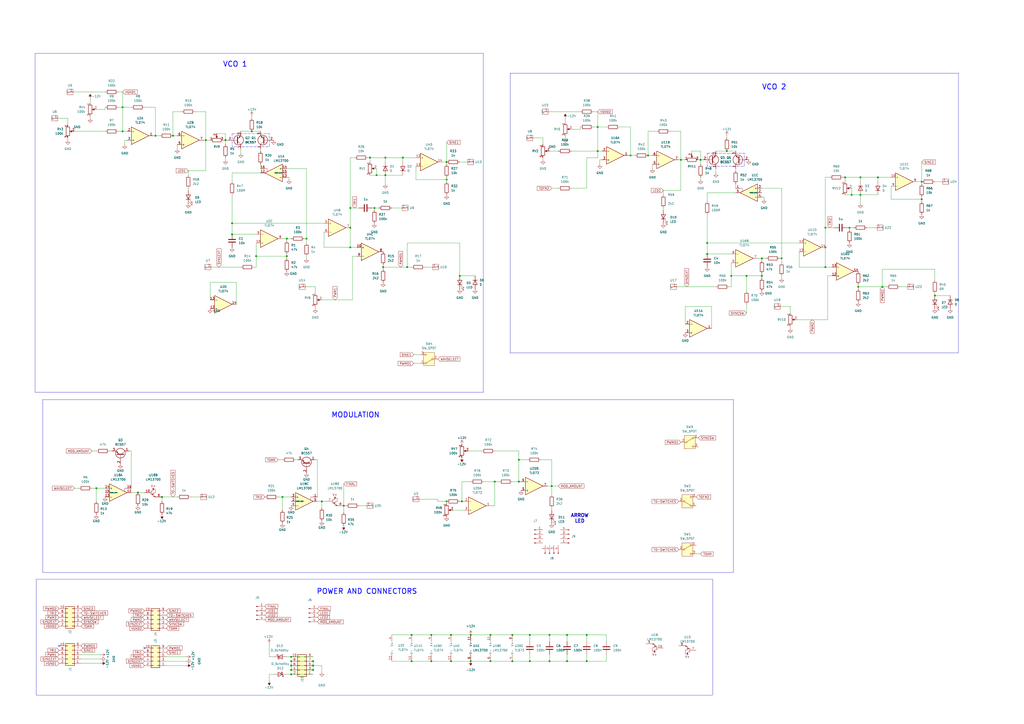
<source format=kicad_sch>
(kicad_sch (version 20250114) (generator "eeschema") (generator_version "9.0")
  (paper "A2")
  (lib_symbols
    (symbol "Amplifier_Operational:LM13700" (pin_names (offset 0.127))
      (property "Reference" "U" (at 3.81 5.08 0))
      (property "Value" "LM13700" (at 5.08 -5.08 0))
      (symbol "LM13700_1_1"
        (pin input line (at -7.62 2.54 0) (length 2.54) (name "-") (number "13"))
        (pin input line (at -7.62 0 0) (length 2.54) (name "DIODE_BIAS") (number "15"))
        (pin input line (at -7.62 -2.54 0) (length 2.54) (name "+") (number "14"))
        (pin output line (at 7.62 0 180) (length 2.54) (name "~") (number "12"))
        (pin input line (at 7.62 -2.54 180) (length 2.54) (name "~") (number "16"))
      )
      (symbol "LM13700_2_1"
        (text "V+" (at -2.54 3.81 0) (effects (font (size 1.27 1.27))))
        (pin input line (at -7.62 0 0) (length 3.81) (name "~") (number "10"))
        (pin output line (at 2.54 -2.54 180) (length 3.81) (name "~") (number "9"))
      )
      (symbol "LM13700_3_1"
        (pin input line (at -7.62 2.54 0) (length 2.54) (name "-") (number "4"))
        (pin input line (at -7.62 0 0) (length 2.54) (name "DIODE_BIAS") (number "2"))
        (pin input line (at -7.62 -2.54 0) (length 2.54) (name "+") (number "3"))
        (pin output line (at 7.62 0 180) (length 2.54) (name "~") (number "5"))
        (pin input line (at 7.62 -2.54 180) (length 2.54) (name "~") (number "1"))
      )
      (symbol "LM13700_4_0"
        (text "V+" (at -2.54 3.81 0) (effects (font (size 1.27 1.27))))
      )
      (symbol "LM13700_4_1"
        (pin input line (at -7.62 0 0) (length 3.81) (name "~") (number "7"))
        (pin output line (at 2.54 -2.54 180) (length 3.81) (name "~") (number "8"))
      )
      (symbol "LM13700_5_1"
        (pin power_in line (at -2.54 7.62 270) (length 3.81) (name "V+") (number "11"))
        (pin power_in line (at -2.54 -7.62 90) (length 3.81) (name "V-") (number "6"))
      )
    )
    (symbol "Amplifier_Operational:TL072" (pin_names (offset 0.127))
      (property "Reference" "U" (at 0 5.08 0))
      (property "Value" "TL072" (at 0 -5.08 0))
      (symbol "TL072_1_1"
        (pin input line (at -7.62 2.54 0) (length 2.54) (name "+") (number "3"))
        (pin input line (at -7.62 -2.54 0) (length 2.54) (name "-") (number "2"))
        (pin output line (at 7.62 0 180) (length 2.54) (name "~") (number "1"))
      )
      (symbol "TL072_2_1"
        (pin input line (at -7.62 2.54 0) (length 2.54) (name "+") (number "5"))
        (pin input line (at -7.62 -2.54 0) (length 2.54) (name "-") (number "6"))
        (pin output line (at 7.62 0 180) (length 2.54) (name "~") (number "7"))
      )
      (symbol "TL072_3_1"
        (pin power_in line (at -2.54 7.62 270) (length 3.81) (name "V+") (number "8"))
        (pin power_in line (at -2.54 -7.62 90) (length 3.81) (name "V-") (number "4"))
      )
    )
    (symbol "Amplifier_Operational:TL074" (pin_names (offset 0.127))
      (property "Reference" "U" (at 0 5.08 0))
      (property "Value" "TL074" (at 0 -5.08 0))
      (symbol "TL074_1_1"
        (pin input line (at -7.62 2.54 0) (length 2.54) (name "+") (number "3"))
        (pin input line (at -7.62 -2.54 0) (length 2.54) (name "-") (number "2"))
        (pin output line (at 7.62 0 180) (length 2.54) (name "~") (number "1"))
      )
      (symbol "TL074_2_1"
        (pin input line (at -7.62 2.54 0) (length 2.54) (name "+") (number "5"))
        (pin input line (at -7.62 -2.54 0) (length 2.54) (name "-") (number "6"))
        (pin output line (at 7.62 0 180) (length 2.54) (name "~") (number "7"))
      )
      (symbol "TL074_3_1"
        (pin input line (at -7.62 2.54 0) (length 2.54) (name "+") (number "10"))
        (pin input line (at -7.62 -2.54 0) (length 2.54) (name "-") (number "9"))
        (pin output line (at 7.62 0 180) (length 2.54) (name "~") (number "8"))
      )
      (symbol "TL074_4_1"
        (pin input line (at -7.62 2.54 0) (length 2.54) (name "+") (number "12"))
        (pin input line (at -7.62 -2.54 0) (length 2.54) (name "-") (number "13"))
        (pin output line (at 7.62 0 180) (length 2.54) (name "~") (number "14"))
      )
      (symbol "TL074_5_1"
        (pin power_in line (at -2.54 7.62 270) (length 3.81) (name "V+") (number "4"))
        (pin power_in line (at -2.54 -7.62 90) (length 3.81) (name "V-") (number "11"))
      )
    )
    (symbol "Connector:Conn_01x04_Pin" (pin_names (offset 1.016) (hide yes))
      (property "Reference" "J" (at 0 5.08 0))
      (property "Value" "Conn_01x04_Pin" (at 0 -7.62 0))
      (symbol "Conn_01x04_Pin_1_1"
        (pin passive line (at 5.08 2.54 180) (length 3.81) (name "Pin_1") (number "1"))
        (pin passive line (at 5.08 0 180) (length 3.81) (name "Pin_2") (number "2"))
        (pin passive line (at 5.08 -2.54 180) (length 3.81) (name "Pin_3") (number "3"))
        (pin passive line (at 5.08 -5.08 180) (length 3.81) (name "Pin_4") (number "4"))
      )
    )
    (symbol "Connector_Generic:Conn_02x05_Odd_Even" (pin_names (offset 1.016) (hide yes))
      (property "Reference" "J" (at 1.27 7.62 0))
      (property "Value" "Conn_02x05_Odd_Even" (at 1.27 -7.62 0))
      (symbol "Conn_02x05_Odd_Even_1_1"
        (pin passive line (at -5.08 5.08 0) (length 3.81) (name "Pin_1") (number "1"))
        (pin passive line (at -5.08 2.54 0) (length 3.81) (name "Pin_3") (number "3"))
        (pin passive line (at -5.08 0 0) (length 3.81) (name "Pin_5") (number "5"))
        (pin passive line (at -5.08 -2.54 0) (length 3.81) (name "Pin_7") (number "7"))
        (pin passive line (at -5.08 -5.08 0) (length 3.81) (name "Pin_9") (number "9"))
        (pin passive line (at 7.62 5.08 180) (length 3.81) (name "Pin_2") (number "2"))
        (pin passive line (at 7.62 2.54 180) (length 3.81) (name "Pin_4") (number "4"))
        (pin passive line (at 7.62 0 180) (length 3.81) (name "Pin_6") (number "6"))
        (pin passive line (at 7.62 -2.54 180) (length 3.81) (name "Pin_8") (number "8"))
        (pin passive line (at 7.62 -5.08 180) (length 3.81) (name "Pin_10") (number "10"))
      )
    )
    (symbol "Device:C" (pin_numbers (hide yes)) (pin_names (offset 0.254))
      (property "Reference" "C" (at 0.635 2.54 0))
      (property "Value" "C" (at 0.635 -2.54 0))
      (symbol "C_1_1"
        (pin passive line (at 0 3.81 270) (length 2.794) (name "~") (number "1"))
        (pin passive line (at 0 -3.81 90) (length 2.794) (name "~") (number "2"))
      )
    )
    (symbol "Device:D" (pin_numbers (hide yes)) (pin_names (offset 1.016) (hide yes))
      (property "Reference" "D" (at 0 2.54 0))
      (property "Value" "D" (at 0 -2.54 0))
      (symbol "D_1_1"
        (pin passive line (at -3.81 0 0) (length 2.54) (name "K") (number "1"))
        (pin passive line (at 3.81 0 180) (length 2.54) (name "A") (number "2"))
      )
    )
    (symbol "Device:D_Schottky" (pin_numbers (hide yes)) (pin_names (offset 1.016) (hide yes))
      (property "Reference" "D" (at 0 2.54 0))
      (property "Value" "D_Schottky" (at 0 -2.54 0))
      (symbol "D_Schottky_1_1"
        (pin passive line (at -3.81 0 0) (length 2.54) (name "K") (number "1"))
        (pin passive line (at 3.81 0 180) (length 2.54) (name "A") (number "2"))
      )
    )
    (symbol "Device:LED" (pin_numbers (hide yes)) (pin_names (offset 1.016) (hide yes))
      (property "Reference" "D" (at 0 2.54 0))
      (property "Value" "LED" (at 0 -2.54 0))
      (symbol "LED_1_1"
        (pin passive line (at -3.81 0 0) (length 2.54) (name "K") (number "1"))
        (pin passive line (at 3.81 0 180) (length 2.54) (name "A") (number "2"))
      )
    )
    (symbol "Device:R" (pin_numbers (hide yes)) (pin_names (offset 0))
      (property "Reference" "R" (at 2.032 0 90))
      (property "Value" "R" (at 0 0 90))
      (symbol "R_1_1"
        (pin passive line (at 0 3.81 270) (length 1.27) (name "~") (number "1"))
        (pin passive line (at 0 -3.81 90) (length 1.27) (name "~") (number "2"))
      )
    )
    (symbol "Device:R_Potentiometer" (pin_names (offset 1.016) (hide yes))
      (property "Reference" "RV" (at -4.445 0 90))
      (property "Value" "R_Potentiometer" (at -2.54 0 90))
      (symbol "R_Potentiometer_1_1"
        (pin passive line (at 0 3.81 270) (length 1.27) (name "1") (number "1"))
        (pin passive line (at 0 -3.81 90) (length 1.27) (name "3") (number "3"))
        (pin passive line (at 3.81 0 180) (length 1.27) (name "2") (number "2"))
      )
    )
    (symbol "HEJ:Aux_flush"
      (property "Reference" "U" (at -0.0508 5.3848 0))
      (symbol "Aux_flush_1_1"
        (pin bidirectional line (at 1.7272 0 180) (length 2) (name "1") (number "1"))
      )
    )
    (symbol "Switch:SW_SPDT" (pin_names (offset 0) (hide yes))
      (property "Reference" "SW" (at 0 5.08 0))
      (property "Value" "SW_SPDT" (at 0 -5.08 0))
      (symbol "SW_SPDT_1_1"
        (pin passive line (at -5.08 0 0) (length 2.54) (name "B") (number "2"))
        (pin passive line (at 5.08 2.54 180) (length 2.54) (name "A") (number "1"))
        (pin passive line (at 5.08 -2.54 180) (length 2.54) (name "C") (number "3"))
      )
    )
    (symbol "Transistor_BJT:BC557" (pin_names (offset 0) (hide yes))
      (property "Reference" "Q" (at 5.08 1.905 0))
      (property "Value" "BC557" (at 5.08 0 0))
      (symbol "BC557_1_1"
        (pin input line (at -5.08 0 0) (length 2.54) (name "B") (number "2"))
        (pin passive line (at 2.54 5.08 270) (length 2.54) (name "C") (number "1"))
        (pin passive line (at 2.54 -5.08 90) (length 2.54) (name "E") (number "3"))
      )
    )
    (symbol "power:+12V" (power) (pin_names (offset 0))
      (property "Value" "+12V" (at 0 3.556 0))
      (symbol "+12V_1_1"
        (pin power_in line (at 0 0 90) (length 0) (hide yes) (name "+12V") (number "1"))
      )
    )
    (symbol "power:-12V" (power) (pin_names (offset 0))
      (property "Value" "-12V" (at 0 3.81 0))
      (symbol "-12V_0_0"
        (pin power_in line (at 0 0 90) (length 0) (hide yes) (name "-12V") (number "1"))
      )
    )
    (symbol "power:GND" (power) (pin_names (offset 0))
      (property "Value" "GND" (at 0 -3.81 0))
      (symbol "GND_1_1"
        (pin power_in line (at 0 0 270) (length 0) (hide yes) (name "GND") (number "1"))
      )
    )
  )
  (rectangle (start 20.32 30.988) (end 280.416 227.584))
  (rectangle (start 295.91 42.418) (end 556.006 204.724))
  (rectangle (start 410.21 88.9) (end 431.8 96.52) (stroke (width 0) (type dash)))
  (rectangle (start 134.62 77.47) (end 156.21 85.09) (stroke (width 0) (type dash)))
  (rectangle (start 20.955 335.915) (end 413.385 403.225))
  (rectangle (start 24.765 231.775) (end 425.45 332.105))
  (text "MODULATION" (at 206.248 240.792 0) (effects (font (size 3 3) (thickness 0.4) (bold yes))))
  (text "VCO 1" (at 136.398 37.338 0) (effects (font (size 3 3) (thickness 0.4) (bold yes))))
  (text "ARROW\nLED" (at 336.296 300.736 0) (effects (font (size 2 2) (thickness 0.4) (bold yes))))
  (text "POWER AND CONNECTORS" (at 212.852 343.154 0) (effects (font (size 3 3) (thickness 0.4) (bold yes))))
  (text "VCO 2" (at 449.072 50.546 0) (effects (font (size 3 3) (thickness 0.4) (bold yes))))
  (junction (at 511.81 166.37))
  (junction (at 320.04 281.94))
  (junction (at 318.77 368.3))
  (junction (at 168.91 383.54))
  (junction (at 217.17 120.65))
  (junction (at 223.52 91.44))
  (junction (at 250.19 368.3))
  (junction (at 223.52 101.6))
  (junction (at 134.62 135.89))
  (junction (at 328.93 383.54))
  (junction (at 410.21 140.97))
  (junction (at 267.97 290.83))
  (junction (at 534.67 115.57))
  (junction (at 71.12 76.2))
  (junction (at 509.27 102.87))
  (junction (at 100.33 78.74))
  (junction (at 181.61 383.54))
  (junction (at 497.84 166.37))
  (junction (at 259.08 93.98))
  (junction (at 441.96 160.02))
  (junction (at 492.76 132.08))
  (junction (at 340.36 368.3))
  (junction (at 318.77 383.54))
  (junction (at 166.37 138.43))
  (junction (at 222.25 154.94))
  (junction (at 166.37 148.59))
  (junction (at 424.18 160.02))
  (junction (at 119.38 81.28))
  (junction (at 478.79 154.94))
  (junction (at 71.12 62.23))
  (junction (at 273.05 368.3))
  (junction (at 163.83 288.29))
  (junction (at 499.11 113.03))
  (junction (at 134.62 129.54))
  (junction (at 177.8 138.43))
  (junction (at 340.36 383.54))
  (junction (at 218.44 101.6))
  (junction (at 394.97 92.71))
  (junction (at 375.92 90.17))
  (junction (at 365.76 90.17))
  (junction (at 297.18 383.54))
  (junction (at 453.39 149.86))
  (junction (at 433.07 160.02))
  (junction (at 55.88 283.21))
  (junction (at 478.79 143.51))
  (junction (at 300.99 266.7))
  (junction (at 284.48 368.3))
  (junction (at 534.67 105.41))
  (junction (at 203.2 132.08))
  (junction (at 168.91 386.08))
  (junction (at 238.76 383.54))
  (junction (at 406.4 92.71))
  (junction (at 273.05 383.54))
  (junction (at 499.11 102.87))
  (junction (at 214.63 91.44))
  (junction (at 148.59 148.59))
  (junction (at 328.93 368.3))
  (junction (at 80.01 285.75))
  (junction (at 300.99 279.4))
  (junction (at 181.61 388.62))
  (junction (at 203.2 120.65))
  (junction (at 490.22 102.87))
  (junction (at 307.34 383.54))
  (junction (at 236.22 154.94))
  (junction (at 421.64 87.63))
  (junction (at 259.08 290.83))
  (junction (at 478.79 132.08))
  (junction (at 168.91 388.62))
  (junction (at 261.62 383.54))
  (junction (at 441.96 149.86))
  (junction (at 410.21 147.32))
  (junction (at 130.7614 81.28))
  (junction (at 181.61 386.08))
  (junction (at 93.98 288.29))
  (junction (at 199.39 293.37))
  (junction (at 297.18 368.3))
  (junction (at 266.7 160.02))
  (junction (at 233.68 91.44))
  (junction (at 186.69 290.83))
  (junction (at 259.08 104.14))
  (junction (at 346.71 73.66))
  (junction (at 307.34 368.3))
  (junction (at 261.62 368.3))
  (junction (at 542.29 171.45))
  (junction (at 168.91 391.16))
  (junction (at 250.19 383.54))
  (junction (at 346.71 87.63))
  (junction (at 168.91 381))
  (junction (at 90.17 78.74))
  (junction (at 238.76 368.3))
  (junction (at 284.48 383.54))
  (junction (at 203.2 143.51))
  (junction (at 130.81 81.28))
  (junction (at 146.05 76.2))
  (junction (at 494.03 113.03))
  (junction (at 287.02 279.4))
  (no_connect (at 34.29 374.65))
  (no_connect (at 83.82 375.92))
  (wire (pts (xy 214.63 101.6) (xy 218.44 101.6)))
  (wire (pts (xy 346.71 87.63) (xy 349.25 87.63)))
  (wire (pts (xy 266.7 160.02) (xy 275.59 160.02)))
  (wire (pts (xy 314.96 92.71) (xy 314.96 91.44)))
  (wire (pts (xy 266.7 93.98) (xy 271.3228 93.98)))
  (wire (pts (xy 458.47 177.8) (xy 458.47 181.61)))
  (wire (pts (xy 426.72 111.76) (xy 410.21 111.76)))
  (wire (pts (xy 328.93 368.3) (xy 328.93 372.11)))
  (wire (pts (xy 499.11 102.87) (xy 499.11 105.41)))
  (wire (pts (xy 71.12 76.2) (xy 73.66 76.2)))
  (wire (pts (xy 246.38 154.94) (xy 251.0028 154.94)))
  (wire (pts (xy 223.52 101.6) (xy 233.68 101.6)))
  (wire (pts (xy 250.19 368.3) (xy 261.62 368.3)))
  (wire (pts (xy 134.62 129.54) (xy 187.96 129.54)))
  (wire (pts (xy 287.02 279.4) (xy 287.02 293.37)))
  (wire (pts (xy 331.47 87.63) (xy 346.71 87.63)))
  (wire (pts (xy 163.83 266.7) (xy 161.29 266.7)))
  (wire (pts (xy 71.12 76.2) (xy 71.12 62.23)))
  (wire (pts (xy 497.84 165.1) (xy 497.84 166.37)))
  (wire (pts (xy 187.96 143.51) (xy 203.2 143.51)))
  (wire (pts (xy 347.98 92.71) (xy 349.25 92.71)))
  (wire (pts (xy 163.83 288.29) (xy 168.91 288.29)))
  (wire (pts (xy 58.42 379.73) (xy 46.99 379.73)))
  (wire (pts (xy 168.91 386.08) (xy 181.61 386.08)))
  (wire (pts (xy 452.5772 177.8) (xy 458.47 177.8)))
  (wire (pts (xy 205.74 91.44) (xy 203.2 91.44)))
  (wire (pts (xy 110.49 288.29) (xy 116.3828 288.29)))
  (wire (pts (xy 480.06 160.02) (xy 482.6 160.02)))
  (wire (pts (xy 33.4772 68.58) (xy 39.37 68.58)))
  (wire (pts (xy 107.95 383.54) (xy 96.52 383.54)))
  (wire (pts (xy 344.17 64.77) (xy 346.71 64.77)))
  (wire (pts (xy 502.92 132.08) (xy 508.8128 132.08)))
  (wire (pts (xy 58.42 382.27) (xy 46.99 382.27)))
  (wire (pts (xy 93.98 290.83) (xy 93.98 288.29)))
  (wire (pts (xy 214.63 91.44) (xy 213.36 91.44)))
  (wire (pts (xy 462.28 185.42) (xy 480.06 185.42)))
  (wire (pts (xy 72.39 81.28) (xy 73.66 81.28)))
  (wire (pts (xy 100.33 78.74) (xy 100.33 64.77)))
  (wire (pts (xy 151.13 100.33) (xy 134.62 100.33)))
  (wire (pts (xy 109.22 99.06) (xy 109.22 101.6)))
  (wire (pts (xy 39.37 81.28) (xy 39.37 80.01)))
  (wire (pts (xy 146.05 76.2) (xy 151.13 76.2)))
  (wire (pts (xy 478.79 102.87) (xy 478.79 132.08)))
  (wire (pts (xy 166.37 148.59) (xy 148.59 148.59)))
  (wire (pts (xy 158.75 381) (xy 156.21 381)))
  (wire (pts (xy 433.07 168.91) (xy 433.07 160.02)))
  (wire (pts (xy 318.77 87.63) (xy 323.85 87.63)))
  (wire (pts (xy 441.96 158.75) (xy 441.96 160.02)))
  (wire (pts (xy 492.76 132.08) (xy 491.49 132.08)))
  (wire (pts (xy 130.81 81.28) (xy 132.08 81.28)))
  (wire (pts (xy 453.39 160.02) (xy 453.39 161.29)))
  (wire (pts (xy 478.79 132.08) (xy 478.79 143.51)))
  (wire (pts (xy 259.08 82.55) (xy 259.08 93.98)))
  (wire (pts (xy 121.92 173.99) (xy 121.92 163.83)))
  (wire (pts (xy 412.75 177.8) (xy 412.75 190.5)))
  (wire (pts (xy 410.21 124.46) (xy 410.21 140.97)))
  (wire (pts (xy 184.15 266.7) (xy 182.88 266.7)))
  (wire (pts (xy 233.68 91.44) (xy 233.68 93.98)))
  (wire (pts (xy 481.33 102.87) (xy 478.79 102.87)))
  (wire (pts (xy 284.48 383.54) (xy 297.18 383.54)))
  (wire (pts (xy 240.03 210.82) (xy 243.84 210.82)))
  (wire (pts (xy 177.8 148.59) (xy 177.8 149.86)))
  (wire (pts (xy 542.29 171.45) (xy 542.29 170.18)))
  (wire (pts (xy 480.06 160.02) (xy 480.06 185.42)))
  (wire (pts (xy 394.97 76.2) (xy 394.97 92.71)))
  (wire (pts (xy 186.69 389.89) (xy 186.69 386.08)))
  (wire (pts (xy 421.64 78.74) (xy 421.64 80.01)))
  (wire (pts (xy 259.08 93.98) (xy 256.54 93.98)))
  (wire (pts (xy 309.0672 80.01) (xy 314.96 80.01)))
  (wire (pts (xy 227.33 368.3) (xy 238.76 368.3)))
  (wire (pts (xy 42.3672 53.34) (xy 60.96 53.34)))
  (wire (pts (xy 100.33 64.77) (xy 105.41 64.77)))
  (wire (pts (xy 243.0272 289.56) (xy 254 289.56)))
  (wire (pts (xy 463.55 154.94) (xy 478.79 154.94)))
  (wire (pts (xy 478.79 143.51) (xy 478.79 154.94)))
  (wire (pts (xy 494.03 113.03) (xy 499.11 113.03)))
  (wire (pts (xy 410.21 140.97) (xy 463.55 140.97)))
  (wire (pts (xy 320.04 266.7) (xy 320.04 281.94)))
  (wire (pts (xy 262.89 295.91) (xy 269.24 295.91)))
  (wire (pts (xy 203.2 91.44) (xy 203.2 120.65)))
  (wire (pts (xy 168.91 386.08) (xy 168.91 388.62)))
  (wire (pts (xy 60.96 63.5) (xy 60.96 62.23)))
  (wire (pts (xy 187.96 134.62) (xy 187.96 143.51)))
  (wire (pts (xy 176.9872 166.37) (xy 182.88 166.37)))
  (wire (pts (xy 55.88 290.83) (xy 55.88 283.21)))
  (wire (pts (xy 204.47 148.59) (xy 207.01 148.59)))
  (wire (pts (xy 320.04 281.94) (xy 323.85 281.94)))
  (wire (pts (xy 320.04 281.94) (xy 317.5 281.94)))
  (wire (pts (xy 406.4 321.31) (xy 403.86 321.31)))
  (wire (pts (xy 156.21 381) (xy 156.21 373.38)))
  (wire (pts (xy 346.71 87.63) (xy 346.71 73.66)))
  (wire (pts (xy 168.91 381) (xy 181.61 381)))
  (wire (pts (xy 161.29 288.29) (xy 163.83 288.29)))
  (wire (pts (xy 300.99 266.7) (xy 306.07 266.7)))
  (wire (pts (xy 384.81 121.92) (xy 384.81 120.65)))
  (wire (pts (xy 147.32 154.94) (xy 148.59 154.94)))
  (wire (pts (xy 340.36 383.54) (xy 351.79 383.54)))
  (wire (pts (xy 516.89 115.57) (xy 516.89 107.95)))
  (wire (pts (xy 397.51 187.96) (xy 397.51 177.8)))
  (wire (pts (xy 346.71 73.66) (xy 351.79 73.66)))
  (wire (pts (xy 166.37 138.43) (xy 166.37 139.7)))
  (wire (pts (xy 107.95 386.08) (xy 96.52 386.08)))
  (wire (pts (xy 238.76 368.3) (xy 250.19 368.3)))
  (wire (pts (xy 307.34 379.73) (xy 307.34 383.54)))
  (wire (pts (xy 441.96 160.02) (xy 433.07 160.02)))
  (wire (pts (xy 139.7 88.9) (xy 139.7 86.36)))
  (wire (pts (xy 55.88 261.62) (xy 53.34 261.62)))
  (wire (pts (xy 351.79 379.73) (xy 351.79 383.54)))
  (wire (pts (xy 219.71 120.65) (xy 217.17 120.65)))
  (wire (pts (xy 130.7614 77.47) (xy 130.7614 81.28)))
  (wire (pts (xy 199.39 280.67) (xy 199.39 293.37)))
  (wire (pts (xy 495.3 132.08) (xy 492.76 132.08)))
  (wire (pts (xy 328.93 383.54) (xy 340.36 383.54)))
  (wire (pts (xy 327.914 68.58) (xy 327.914 71.12)))
  (wire (pts (xy 146.05 67.31) (xy 146.05 68.58)))
  (wire (pts (xy 393.7 92.71) (xy 394.97 92.71)))
  (wire (pts (xy 318.77 379.73) (xy 318.77 383.54)))
  (wire (pts (xy 328.93 379.73) (xy 328.93 383.54)))
  (wire (pts (xy 280.67 279.4) (xy 287.02 279.4)))
  (wire (pts (xy 204.47 148.59) (xy 204.47 173.99)))
  (wire (pts (xy 199.39 293.37) (xy 199.39 297.18)))
  (wire (pts (xy 163.83 295.91) (xy 163.83 288.29)))
  (wire (pts (xy 271.78 261.62) (xy 279.4 261.62)))
  (wire (pts (xy 307.34 383.54) (xy 318.77 383.54)))
  (wire (pts (xy 490.22 113.03) (xy 494.03 113.03)))
  (wire (pts (xy 490.22 102.87) (xy 488.95 102.87)))
  (wire (pts (xy 139.7 76.2) (xy 146.05 76.2)))
  (wire (pts (xy 166.37 138.43) (xy 168.91 138.43)))
  (wire (pts (xy 406.4 92.71) (xy 405.13 92.71)))
  (wire (pts (xy 148.59 148.59) (xy 148.59 140.97)))
  (wire (pts (xy 259.08 102.87) (xy 259.08 104.14)))
  (wire (pts (xy 102.87 86.36) (xy 102.87 83.82)))
  (wire (pts (xy 307.34 368.3) (xy 318.77 368.3)))
  (wire (pts (xy 478.79 154.94) (xy 482.6 154.94)))
  (wire (pts (xy 181.61 386.08) (xy 181.61 388.62)))
  (wire (pts (xy 43.18 76.2) (xy 60.96 76.2)))
  (wire (pts (xy 521.97 166.37) (xy 526.5928 166.37)))
  (wire (pts (xy 130.7614 81.28) (xy 129.54 81.28)))
  (wire (pts (xy 203.2 132.08) (xy 203.2 143.51)))
  (wire (pts (xy 441.96 149.86) (xy 444.5 149.86)))
  (wire (pts (xy 217.17 120.65) (xy 215.9 120.65)))
  (wire (pts (xy 534.67 93.98) (xy 534.67 105.41)))
  (wire (pts (xy 340.36 91.44) (xy 346.71 91.44)))
  (wire (pts (xy 401.32 88.9) (xy 401.32 87.63)))
  (wire (pts (xy 542.29 105.41) (xy 546.9128 105.41)))
  (wire (pts (xy 318.77 368.3) (xy 328.93 368.3)))
  (wire (pts (xy 320.04 287.02) (xy 320.04 281.94)))
  (wire (pts (xy 375.92 90.17) (xy 375.92 76.2)))
  (wire (pts (xy 478.79 132.08) (xy 483.87 132.08)))
  (wire (pts (xy 344.17 73.66) (xy 346.71 73.66)))
  (wire (pts (xy 394.97 92.71) (xy 397.51 92.71)))
  (wire (pts (xy 130.81 91.44) (xy 130.81 92.71)))
  (wire (pts (xy 184.15 288.29) (xy 184.15 266.7)))
  (wire (pts (xy 223.52 101.6) (xy 223.52 106.68)))
  (wire (pts (xy 58.42 384.81) (xy 46.99 384.81)))
  (wire (pts (xy 320.04 295.91) (xy 320.04 294.64)))
  (wire (pts (xy 223.52 91.44) (xy 223.52 93.98)))
  (wire (pts (xy 351.79 368.3) (xy 351.79 372.11)))
  (wire (pts (xy 203.2 120.65) (xy 208.28 120.65)))
  (wire (pts (xy 284.48 368.3) (xy 297.18 368.3)))
  (wire (pts (xy 499.11 102.87) (xy 509.27 102.87)))
  (wire (pts (xy 203.2 120.65) (xy 203.2 132.08)))
  (wire (pts (xy 320.04 109.22) (xy 323.85 109.22)))
  (wire (pts (xy 109.22 99.06) (xy 119.38 99.06)))
  (wire (pts (xy 109.22 110.49) (xy 109.22 109.22)))
  (wire (pts (xy 186.69 386.08) (xy 181.61 386.08)))
  (wire (pts (xy 300.99 261.62) (xy 300.99 266.7)))
  (wire (pts (xy 340.36 379.73) (xy 340.36 383.54)))
  (wire (pts (xy 166.37 148.59) (xy 166.37 149.86)))
  (wire (pts (xy 289.56 279.4) (xy 287.02 279.4)))
  (wire (pts (xy 151.13 87.63) (xy 151.13 86.36)))
  (wire (pts (xy 208.28 293.37) (xy 212.9028 293.37)))
  (wire (pts (xy 441.96 160.02) (xy 441.96 161.29)))
  (wire (pts (xy 121.92 163.83) (xy 137.16 163.83)))
  (wire (pts (xy 422.91 166.37) (xy 424.18 166.37)))
  (wire (pts (xy 259.08 104.14) (xy 241.3 104.14)))
  (wire (pts (xy 181.61 383.54) (xy 181.61 386.08)))
  (wire (pts (xy 424.18 160.02) (xy 424.18 152.4)))
  (wire (pts (xy 250.19 383.54) (xy 261.62 383.54)))
  (wire (pts (xy 490.22 102.87) (xy 499.11 102.87)))
  (wire (pts (xy 189.23 290.83) (xy 186.69 290.83)))
  (wire (pts (xy 238.76 383.54) (xy 250.19 383.54)))
  (wire (pts (xy 331.724 74.93) (xy 336.55 74.93)))
  (wire (pts (xy 375.92 76.2) (xy 381 76.2)))
  (wire (pts (xy 236.22 140.97) (xy 266.7 140.97)))
  (wire (pts (xy 346.71 91.44) (xy 346.71 87.63)))
  (wire (pts (xy 453.39 149.86) (xy 453.39 152.4)))
  (wire (pts (xy 410.21 111.76) (xy 410.21 116.84)))
  (wire (pts (xy 331.47 109.22) (xy 340.36 109.22)))
  (wire (pts (xy 297.18 368.3) (xy 307.34 368.3)))
  (wire (pts (xy 254 290.83) (xy 259.08 290.83)))
  (wire (pts (xy 313.69 266.7) (xy 320.04 266.7)))
  (wire (pts (xy 267.97 290.83) (xy 267.97 279.4)))
  (wire (pts (xy 494.03 109.22) (xy 494.03 113.03)))
  (wire (pts (xy 340.36 368.3) (xy 351.79 368.3)))
  (wire (pts (xy 130.81 81.28) (xy 130.7614 81.28)))
  (wire (pts (xy 300.99 261.62) (xy 287.02 261.62)))
  (wire (pts (xy 227.33 120.65) (xy 233.2228 120.65)))
  (wire (pts (xy 119.38 64.77) (xy 119.38 81.28)))
  (wire (pts (xy 167.64 102.87) (xy 166.37 102.87)))
  (wire (pts (xy 497.84 166.37) (xy 511.81 166.37)))
  (wire (pts (xy 168.91 391.16) (xy 181.61 391.16)))
  (wire (pts (xy 534.67 115.57) (xy 534.67 116.84)))
  (wire (pts (xy 137.16 163.83) (xy 137.16 176.53)))
  (wire (pts (xy 388.62 76.2) (xy 394.97 76.2)))
  (wire (pts (xy 441.96 149.86) (xy 441.96 151.13)))
  (wire (pts (xy 300.99 279.4) (xy 300.99 266.7)))
  (wire (pts (xy 56.134 63.5) (xy 60.96 63.5)))
  (wire (pts (xy 401.32 87.63) (xy 406.4 87.63)))
  (wire (pts (xy 542.29 171.45) (xy 551.18 171.45)))
  (wire (pts (xy 511.81 166.37) (xy 514.35 166.37)))
  (wire (pts (xy 218.44 101.6) (xy 223.52 101.6)))
  (wire (pts (xy 217.17 121.92) (xy 217.17 120.65)))
  (wire (pts (xy 406.4 92.71) (xy 406.4 95.25)))
  (wire (pts (xy 426.72 106.68) (xy 426.72 109.22)))
  (wire (pts (xy 222.25 153.67) (xy 222.25 154.94)))
  (wire (pts (xy 227.33 383.54) (xy 238.76 383.54)))
  (wire (pts (xy 259.08 95.25) (xy 259.08 93.98)))
  (wire (pts (xy 100.33 78.74) (xy 102.87 78.74)))
  (wire (pts (xy 130.81 81.28) (xy 130.81 83.82)))
  (wire (pts (xy 534.67 105.41) (xy 532.13 105.41)))
  (wire (pts (xy 492.76 133.35) (xy 492.76 132.08)))
  (wire (pts (xy 55.88 283.21) (xy 60.96 283.21)))
  (wire (pts (xy 424.18 166.37) (xy 424.18 160.02)))
  (wire (pts (xy 261.62 383.54) (xy 273.05 383.54)))
  (wire (pts (xy 177.8 97.79) (xy 166.37 97.79)))
  (wire (pts (xy 186.69 290.83) (xy 184.15 290.83)))
  (wire (pts (xy 52.324 67.31) (xy 52.324 68.58)))
  (wire (pts (xy 336.55 74.93) (xy 336.55 73.66)))
  (wire (pts (xy 499.11 113.03) (xy 499.11 118.11)))
  (wire (pts (xy 203.2 143.51) (xy 207.01 143.51)))
  (wire (pts (xy 365.76 90.17) (xy 364.49 90.17)))
  (wire (pts (xy 443.23 115.57) (xy 443.23 114.3)))
  (wire (pts (xy 297.18 383.54) (xy 307.34 383.54)))
  (wire (pts (xy 340.36 109.22) (xy 340.36 91.44)))
  (wire (pts (xy 107.95 381) (xy 96.52 381)))
  (wire (pts (xy 397.51 177.8) (xy 412.75 177.8)))
  (wire (pts (xy 267.97 290.83) (xy 269.24 290.83)))
  (wire (pts (xy 453.39 109.22) (xy 453.39 149.86)))
  (wire (pts (xy 300.99 279.4) (xy 302.26 279.4)))
  (wire (pts (xy 83.82 285.75) (xy 80.01 285.75)))
  (wire (pts (xy 287.02 293.37) (xy 284.48 293.37)))
  (wire (pts (xy 327.914 78.74) (xy 327.914 80.01)))
  (wire (pts (xy 453.39 149.86) (xy 452.12 149.86)))
  (wire (pts (xy 93.98 288.29) (xy 102.87 288.29)))
  (wire (pts (xy 182.88 179.07) (xy 182.88 177.8)))
  (wire (pts (xy 259.08 290.83) (xy 259.08 292.1)))
  (wire (pts (xy 186.69 173.99) (xy 204.47 173.99)))
  (wire (pts (xy 378.46 97.79) (xy 378.46 95.25)))
  (wire (pts (xy 415.29 87.63) (xy 421.64 87.63)))
  (wire (pts (xy 71.12 53.34) (xy 71.12 62.23)))
  (wire (pts (xy 328.93 368.3) (xy 340.36 368.3)))
  (wire (pts (xy 297.18 279.4) (xy 300.99 279.4)))
  (wire (pts (xy 421.64 87.63) (xy 426.72 87.63)))
  (wire (pts (xy 318.77 383.54) (xy 328.93 383.54)))
  (wire (pts (xy 214.63 91.44) (xy 223.52 91.44)))
  (wire (pts (xy 177.8 97.79) (xy 177.8 138.43)))
  (wire (pts (xy 509.27 102.87) (xy 516.89 102.87)))
  (wire (pts (xy 119.38 99.06) (xy 119.38 81.28)))
  (wire (pts (xy 368.3 90.17) (xy 365.76 90.17)))
  (wire (pts (xy 68.58 76.2) (xy 71.12 76.2)))
  (wire (pts (xy 80.01 285.75) (xy 76.2 285.75)))
  (wire (pts (xy 222.25 154.94) (xy 222.25 156.21)))
  (wire (pts (xy 148.59 154.94) (xy 148.59 148.59)))
  (wire (pts (xy 542.29 156.21) (xy 542.29 162.56)))
  (wire (pts (xy 426.72 99.06) (xy 426.72 97.79)))
  (wire (pts (xy 433.07 181.61) (xy 433.07 176.53)))
  (wire (pts (xy 415.29 100.33) (xy 415.29 97.79)))
  (wire (pts (xy 156.21 391.16) (xy 156.21 394.97)))
  (wire (pts (xy 273.05 383.54) (xy 284.48 383.54)))
  (wire (pts (xy 181.61 383.54) (xy 168.91 383.54)))
  (wire (pts (xy 182.88 166.37) (xy 182.88 170.18)))
  (wire (pts (xy 259.08 104.14) (xy 259.08 105.41)))
  (wire (pts (xy 347.98 95.25) (xy 347.98 92.71)))
  (wire (pts (xy 406.4 102.87) (xy 406.4 104.14)))
  (wire (pts (xy 453.39 109.22) (xy 441.96 109.22)))
  (wire (pts (xy 406.4 92.71) (xy 407.67 92.71)))
  (wire (pts (xy 534.67 106.68) (xy 534.67 105.41)))
  (wire (pts (xy 266.7 290.83) (xy 267.97 290.83)))
  (wire (pts (xy 134.62 113.03) (xy 134.62 129.54)))
  (wire (pts (xy 392.43 166.37) (xy 415.29 166.37)))
  (wire (pts (xy 134.62 135.89) (xy 148.59 135.89)))
  (wire (pts (xy 64.77 261.62) (xy 63.5 261.62)))
  (wire (pts (xy 534.67 115.57) (xy 516.89 115.57)))
  (wire (pts (xy 166.37 391.16) (xy 168.91 391.16)))
  (wire (pts (xy 172.72 266.7) (xy 171.45 266.7)))
  (wire (pts (xy 240.03 205.74) (xy 243.84 205.74)))
  (wire (pts (xy 166.37 381) (xy 168.91 381)))
  (wire (pts (xy 39.37 68.58) (xy 39.37 72.39)))
  (wire (pts (xy 340.36 368.3) (xy 340.36 372.11)))
  (wire (pts (xy 214.63 91.44) (xy 214.63 93.98)))
  (wire (pts (xy 68.58 53.34) (xy 71.12 53.34)))
  (wire (pts (xy 511.81 166.37) (xy 511.81 156.21)))
  (wire (pts (xy 463.55 146.05) (xy 463.55 154.94)))
  (wire (pts (xy 314.96 80.01) (xy 314.96 83.82)))
  (wire (pts (xy 222.25 154.94) (xy 236.22 154.94)))
  (wire (pts (xy 167.64 104.14) (xy 167.64 102.87)))
  (wire (pts (xy 384.81 110.49) (xy 394.97 110.49)))
  (wire (pts (xy 365.76 73.66) (xy 365.76 90.17)))
  (wire (pts (xy 177.8 138.43) (xy 176.53 138.43)))
  (wire (pts (xy 223.52 91.44) (xy 233.68 91.44)))
  (wire (pts (xy 266.7 140.97) (xy 266.7 160.02)))
  (wire (pts (xy 52.324 57.15) (xy 52.324 59.69)))
  (wire (pts (xy 406.4 87.63) (xy 406.4 92.71)))
  (wire (pts (xy 497.84 166.37) (xy 497.84 167.64)))
  (wire (pts (xy 72.39 83.82) (xy 72.39 81.28)))
  (wire (pts (xy 53.34 283.21) (xy 55.88 283.21)))
  (wire (pts (xy 534.67 114.3) (xy 534.67 115.57)))
  (wire (pts (xy 134.62 129.54) (xy 134.62 135.89)))
  (wire (pts (xy 346.71 64.77) (xy 346.71 73.66)))
  (wire (pts (xy 168.91 383.54) (xy 168.91 386.08)))
  (wire (pts (xy 359.41 73.66) (xy 365.76 73.66)))
  (wire (pts (xy 68.58 62.23) (xy 71.12 62.23)))
  (wire (pts (xy 118.11 81.28) (xy 119.38 81.28)))
  (wire (pts (xy 218.44 97.79) (xy 218.44 101.6)))
  (wire (pts (xy 92.71 78.74) (xy 90.17 78.74)))
  (wire (pts (xy 125.73 77.47) (xy 130.7614 77.47)))
  (wire (pts (xy 384.81 110.49) (xy 384.81 113.03)))
  (wire (pts (xy 186.69 294.64) (xy 186.69 290.83)))
  (wire (pts (xy 254 289.56) (xy 254 290.83)))
  (wire (pts (xy 499.11 113.03) (xy 509.27 113.03)))
  (wire (pts (xy 233.68 91.44) (xy 241.3 91.44)))
  (wire (pts (xy 490.22 102.87) (xy 490.22 105.41)))
  (wire (pts (xy 151.13 95.25) (xy 151.13 97.79)))
  (wire (pts (xy 443.23 114.3) (xy 441.96 114.3)))
  (wire (pts (xy 439.42 149.86) (xy 441.96 149.86)))
  (wire (pts (xy 168.91 388.62) (xy 181.61 388.62)))
  (wire (pts (xy 113.03 64.77) (xy 119.38 64.77)))
  (wire (pts (xy 166.37 147.32) (xy 166.37 148.59)))
  (wire (pts (xy 158.75 391.16) (xy 156.21 391.16)))
  (wire (pts (xy 458.47 190.5) (xy 458.47 189.23)))
  (wire (pts (xy 134.62 100.33) (xy 134.62 105.41)))
  (wire (pts (xy 83.82 62.23) (xy 90.17 62.23)))
  (wire (pts (xy 119.38 81.28) (xy 121.92 81.28)))
  (wire (pts (xy 76.2 283.21) (xy 76.2 261.62)))
  (wire (pts (xy 410.21 140.97) (xy 410.21 147.32)))
  (wire (pts (xy 236.22 154.94) (xy 236.22 140.97)))
  (wire (pts (xy 375.92 90.17) (xy 378.46 90.17)))
  (wire (pts (xy 509.27 102.87) (xy 509.27 105.41)))
  (wire (pts (xy 273.05 368.3) (xy 284.48 368.3)))
  (wire (pts (xy 90.17 62.23) (xy 90.17 78.74)))
  (wire (pts (xy 43.18 283.21) (xy 45.72 283.21)))
  (wire (pts (xy 177.8 138.43) (xy 177.8 140.97)))
  (wire (pts (xy 236.22 154.94) (xy 238.76 154.94)))
  (wire (pts (xy 267.97 279.4) (xy 273.05 279.4)))
  (wire (pts (xy 200.66 293.37) (xy 199.39 293.37)))
  (wire (pts (xy 394.97 110.49) (xy 394.97 92.71)))
  (wire (pts (xy 318.77 368.3) (xy 318.77 372.11)))
  (wire (pts (xy 261.62 368.3) (xy 273.05 368.3)))
  (wire (pts (xy 511.81 156.21) (xy 542.29 156.21)))
  (wire (pts (xy 71.12 62.23) (xy 76.2 62.23)))
  (wire (pts (xy 90.17 78.74) (xy 88.9 78.74)))
  (wire (pts (xy 410.21 147.32) (xy 424.18 147.32)))
  (wire (pts (xy 76.2 261.62) (xy 74.93 261.62)))
  (wire (pts (xy 307.34 368.3) (xy 307.34 372.11)))
  (wire (pts (xy 317.9572 64.77) (xy 336.55 64.77)))
  (wire (pts (xy 163.83 138.43) (xy 166.37 138.43)))
  (wire (pts (xy 241.3 104.14) (xy 241.3 96.52)))
  (wire (pts (xy 122.3772 154.94) (xy 139.7 154.94)))
  (wire (pts (xy 433.07 160.02) (xy 424.18 160.02)))
  (global_label "SYN2EXT" (shape input) (at 83.82 361.95 180) (property "Intersheetrefs" "${INTERSHEET_REFS}" (effects (hide yes))))
  (global_label "TOFM2" (shape input) (at 320.04 109.22 180) (property "Intersheetrefs" "${INTERSHEET_REFS}" (effects (hide yes))))
  (global_label "TRI1" (shape input) (at 83.82 378.46 180) (property "Intersheetrefs" "${INTERSHEET_REFS}" (effects (hide yes))))
  (global_label "LED2" (shape input) (at 384.81 110.49 180) (property "Intersheetrefs" "${INTERSHEET_REFS}" (effects (hide yes))))
  (global_label "SYNCSW" (shape input) (at 433.07 181.61 180) (property "Intersheetrefs" "${INTERSHEET_REFS}" (effects (hide yes))))
  (global_label "SINE1" (shape input) (at 240.03 205.74 180) (property "Intersheetrefs" "${INTERSHEET_REFS}" (effects (hide yes))))
  (global_label "SINE1" (shape input) (at 96.52 378.46 0) (property "Intersheetrefs" "${INTERSHEET_REFS}" (effects (hide yes))))
  (global_label "TRI2" (shape input) (at 153.67 288.29 180) (property "Intersheetrefs" "${INTERSHEET_REFS}" (effects (hide yes))))
  (global_label "WAVSELECT" (shape input) (at 46.99 358.14 0) (property "Intersheetrefs" "${INTERSHEET_REFS}" (effects (hide yes))))
  (global_label "FINAL" (shape input) (at 153.67 351.79 0) (property "Intersheetrefs" "${INTERSHEET_REFS}" (effects (hide yes))))
  (global_label "SYN1EXT" (shape input) (at 34.29 382.27 180) (property "Intersheetrefs" "${INTERSHEET_REFS}" (effects (hide yes))))
  (global_label "FINAL" (shape input) (at 199.39 280.67 0) (property "Intersheetrefs" "${INTERSHEET_REFS}" (effects (hide yes))))
  (global_label "SINE1" (shape input) (at 259.08 82.55 0) (property "Intersheetrefs" "${INTERSHEET_REFS}" (effects (hide yes))))
  (global_label "TOFM2" (shape input) (at 403.86 288.29 0) (property "Intersheetrefs" "${INTERSHEET_REFS}" (effects (hide yes))))
  (global_label "WAVSELECT" (shape input) (at 254 208.28 0) (property "Intersheetrefs" "${INTERSHEET_REFS}" (effects (hide yes))))
  (global_label "LED2" (shape input) (at 184.15 358.14 0) (property "Intersheetrefs" "${INTERSHEET_REFS}" (effects (hide yes))))
  (global_label "SINE2" (shape input) (at 46.99 353.06 0) (property "Intersheetrefs" "${INTERSHEET_REFS}" (effects (hide yes))))
  (global_label "PWMO1" (shape input) (at 96.52 375.92 0) (property "Intersheetrefs" "${INTERSHEET_REFS}" (effects (hide yes))))
  (global_label "PWM1" (shape input) (at 83.82 381 180) (property "Intersheetrefs" "${INTERSHEET_REFS}" (effects (hide yes))))
  (global_label "SYN1EXT" (shape input) (at 83.82 383.54 180) (property "Intersheetrefs" "${INTERSHEET_REFS}" (effects (hide yes))))
  (global_label "TRI1" (shape input) (at 34.29 377.19 180) (property "Intersheetrefs" "${INTERSHEET_REFS}" (effects (hide yes))))
  (global_label "VGND2" (shape input) (at 34.29 363.22 180) (property "Intersheetrefs" "${INTERSHEET_REFS}" (effects (hide yes))))
  (global_label "SYNCSW" (shape input) (at 46.99 360.68 0) (property "Intersheetrefs" "${INTERSHEET_REFS}" (effects (hide yes))))
  (global_label "TO-SWITCHES" (shape input) (at 100.33 288.29 90) (property "Intersheetrefs" "${INTERSHEET_REFS}" (effects (hide yes))))
  (global_label "SINE2" (shape input) (at 534.67 93.98 0) (property "Intersheetrefs" "${INTERSHEET_REFS}" (effects (hide yes))))
  (global_label "PWM1" (shape input) (at 34.29 379.73 180) (property "Intersheetrefs" "${INTERSHEET_REFS}" (effects (hide yes))))
  (global_label "PWMO1" (shape input) (at 46.99 374.65 0) (property "Intersheetrefs" "${INTERSHEET_REFS}" (effects (hide yes))))
  (global_label "WAVSELECT" (shape input) (at 96.52 359.41 0) (property "Intersheetrefs" "${INTERSHEET_REFS}" (effects (hide yes))))
  (global_label "SINE2" (shape input) (at 96.52 354.33 0) (property "Intersheetrefs" "${INTERSHEET_REFS}" (effects (hide yes))))
  (global_label "PWMO2" (shape input) (at 34.29 353.06 180) (property "Intersheetrefs" "${INTERSHEET_REFS}" (effects (hide yes))))
  (global_label "TRI2" (shape input) (at 34.29 355.6 180) (property "Intersheetrefs" "${INTERSHEET_REFS}" (effects (hide yes))))
  (global_label "MOD_AMOUNT" (shape input) (at 53.34 261.62 180) (property "Intersheetrefs" "${INTERSHEET_REFS}" (effects (hide yes))))
  (global_label "MOD_AMOUNT" (shape input) (at 184.15 360.68 0) (property "Intersheetrefs" "${INTERSHEET_REFS}" (effects (hide yes))))
  (global_label "TO-SWITCHES" (shape input) (at 393.7 318.77 180) (property "Intersheetrefs" "${INTERSHEET_REFS}" (effects (hide yes))))
  (global_label "PWMO1" (shape input) (at 394.97 256.54 180) (property "Intersheetrefs" "${INTERSHEET_REFS}" (effects (hide yes))))
  (global_label "TRI2" (shape input) (at 83.82 356.87 180) (property "Intersheetrefs" "${INTERSHEET_REFS}" (effects (hide yes))))
  (global_label "PWMO1" (shape input) (at 232.41 154.94 90) (property "Intersheetrefs" "${INTERSHEET_REFS}" (effects (hide yes))))
  (global_label "TRI1" (shape input) (at 205.74 120.65 90) (property "Intersheetrefs" "${INTERSHEET_REFS}" (effects (hide yes))))
  (global_label "PWM2" (shape input) (at 34.29 358.14 180) (property "Intersheetrefs" "${INTERSHEET_REFS}" (effects (hide yes))))
  (global_label "PWMO1" (shape input) (at 240.03 210.82 180) (property "Intersheetrefs" "${INTERSHEET_REFS}" (effects (hide yes))))
  (global_label "TRI2" (shape input) (at 481.33 132.08 90) (property "Intersheetrefs" "${INTERSHEET_REFS}" (effects (hide yes))))
  (global_label "VGND1" (shape input) (at 83.82 386.08 180) (property "Intersheetrefs" "${INTERSHEET_REFS}" (effects (hide yes))))
  (global_label "TOAM" (shape input) (at 46.99 363.22 0) (property "Intersheetrefs" "${INTERSHEET_REFS}" (effects (hide yes))))
  (global_label "TOAM" (shape input) (at 161.29 266.7 180) (property "Intersheetrefs" "${INTERSHEET_REFS}" (effects (hide yes))))
  (global_label "WAVSELECT" (shape input) (at 43.18 283.21 180) (property "Intersheetrefs" "${INTERSHEET_REFS}" (effects (hide yes))))
  (global_label "TOAM" (shape input) (at 96.52 364.49 0) (property "Intersheetrefs" "${INTERSHEET_REFS}" (effects (hide yes))))
  (global_label "LED1" (shape input) (at 109.22 99.06 180) (property "Intersheetrefs" "${INTERSHEET_REFS}" (effects (hide yes))))
  (global_label "VGND2" (shape input) (at 346.71 64.77 0) (property "Intersheetrefs" "${INTERSHEET_REFS}" (effects (hide yes))))
  (global_label "SYNCSW" (shape input) (at 96.52 361.95 0) (property "Intersheetrefs" "${INTERSHEET_REFS}" (effects (hide yes))))
  (global_label "LED2" (shape input) (at 153.67 356.87 0) (property "Intersheetrefs" "${INTERSHEET_REFS}" (effects (hide yes))))
  (global_label "TO-SWITCHES" (shape input) (at 96.52 356.87 0) (property "Intersheetrefs" "${INTERSHEET_REFS}" (effects (hide yes))))
  (global_label "MOD_AMOUNT" (shape input) (at 153.67 359.41 0) (property "Intersheetrefs" "${INTERSHEET_REFS}" (effects (hide yes))))
  (global_label "PWMO2" (shape input) (at 83.82 354.33 180) (property "Intersheetrefs" "${INTERSHEET_REFS}" (effects (hide yes))))
  (global_label "SYN2EXT" (shape input) (at 34.29 360.68 180) (property "Intersheetrefs" "${INTERSHEET_REFS}" (effects (hide yes))))
  (global_label "LED1" (shape input) (at 153.67 354.33 0) (property "Intersheetrefs" "${INTERSHEET_REFS}" (effects (hide yes))))
  (global_label "SYN2EXT" (shape input) (at 398.3228 166.37 90) (property "Intersheetrefs" "${INTERSHEET_REFS}" (effects (hide yes))))
  (global_label "TO-SWITCHES" (shape input) (at 46.99 355.6 0) (property "Intersheetrefs" "${INTERSHEET_REFS}" (effects (hide yes))))
  (global_label "VGND1" (shape input) (at 71.12 53.34 0) (property "Intersheetrefs" "${INTERSHEET_REFS}" (effects (hide yes))))
  (global_label "TOAM" (shape input) (at 406.4 321.31 0) (property "Intersheetrefs" "${INTERSHEET_REFS}" (effects (hide yes))))
  (global_label "MOD_AMOUNT" (shape input) (at 323.85 281.94 0) (property "Intersheetrefs" "${INTERSHEET_REFS}" (effects (hide yes))))
  (global_label "TO-SWITCHES" (shape input) (at 393.7 290.83 180) (property "Intersheetrefs" "${INTERSHEET_REFS}" (effects (hide yes))))
  (global_label "VGND2" (shape input) (at 83.82 364.49 180) (property "Intersheetrefs" "${INTERSHEET_REFS}" (effects (hide yes))))
  (global_label "LED1" (shape input) (at 184.15 355.6 0) (property "Intersheetrefs" "${INTERSHEET_REFS}" (effects (hide yes))))
  (global_label "FINAL" (shape input) (at 184.15 353.06 0) (property "Intersheetrefs" "${INTERSHEET_REFS}" (effects (hide yes))))
  (global_label "SYNCSW" (shape input) (at 405.13 254 0) (property "Intersheetrefs" "${INTERSHEET_REFS}" (effects (hide yes))))
  (global_label "SYN1EXT" (shape input) (at 127 154.94 90) (property "Intersheetrefs" "${INTERSHEET_REFS}" (effects (hide yes))))
  (global_label "PWM2" (shape input) (at 471.17 185.42 270) (property "Intersheetrefs" "${INTERSHEET_REFS}" (effects (hide yes))))
  (global_label "SINE1" (shape input) (at 46.99 377.19 0) (property "Intersheetrefs" "${INTERSHEET_REFS}" (effects (hide yes))))
  (global_label "PWMO2" (shape input) (at 511.81 166.37 270) (property "Intersheetrefs" "${INTERSHEET_REFS}" (effects (hide yes))))
  (global_label "PWM2" (shape input) (at 83.82 359.41 180) (property "Intersheetrefs" "${INTERSHEET_REFS}" (effects (hide yes))))
  (global_label "PWM1" (shape input) (at 194.31 173.99 90) (property "Intersheetrefs" "${INTERSHEET_REFS}" (effects (hide yes))))
  (global_label "VGND1" (shape input) (at 34.29 384.81 180) (property "Intersheetrefs" "${INTERSHEET_REFS}" (effects (hide yes))))
  (symbol (lib_id "Connector_Generic:Conn_02x05_Odd_Even") (at 41.91 358.14 180) (unit 1)
    (property "Reference" "J2" (at 40.64 367.792 90) (effects (justify right)))
    (property "Value" "Conn_02x05_Odd_Even" (effects (hide yes)))
    (property "Footprint" "Connector_PinHeader_2.54mm:PinHeader_2x05_P2.54mm_Vertical" (effects (hide yes)))
    (property "Description" "Generic connector, double row, 02x05, odd/even pin numbering scheme (row 1 odd numbers, row 2 even numbers), script generated (kicad-library-utils/schlib/autogen/connector/)" (effects (hide yes)))
  )
  (symbol (lib_id "Switch:SW_SPDT") (at 398.78 290.83 0) (mirror x) (unit 1)
    (property "Reference" "SW2" (at 398.78 281.94 0))
    (property "Value" "SW_SPDT" (at 398.78 284.48 0))
    (property "Footprint" "Library:Switch" (effects (hide yes)))
    (property "Description" "Switch, single pole double throw" (effects (hide yes)))
  )
  (symbol (lib_id "Connector:Conn_01x04_Pin") (at 330.2 312.42 180) (unit 1)
    (property "Reference" "J9" (at 331.47 311.1499 0) (effects (justify right)))
    (property "Value" "Conn_01x04_Pin" (effects (hide yes)))
    (property "Footprint" "Connector_PinSocket_2.54mm:PinSocket_1x04_P2.54mm_Vertical" (effects (hide yes)))
    (property "Description" "Generic connector, single row, 01x04, script generated" (effects (hide yes)))
  )
  (symbol (lib_id "power:-12V") (at 58.42 384.81 270) (unit 1)
    (property "Reference" "#PWR045" (effects (hide yes)))
    (property "Value" "-12V" (at 62.23 385.064 0))
  )
  (symbol (lib_id "Device:R") (at 151.13 91.44 0) (unit 1)
    (property "Reference" "R20" (at 153.67 90.1699 0) (effects (justify left)))
    (property "Value" "1k" (at 153.67 92.7099 0) (effects (justify left)))
    (property "Footprint" "Resistor_SMD:R_1206_3216Metric" (effects (hide yes)))
  )
  (symbol (lib_id "Device:D") (at 275.59 163.83 270) (unit 1)
    (property "Reference" "D6" (at 278.13 162.5599 90) (effects (justify left)))
    (property "Value" "D" (at 278.13 165.0999 90) (effects (justify left)))
    (property "Footprint" "Diode_SMD:D_SOD-323_HandSoldering" (effects (hide yes)))
    (property "Description" "Diode" (effects (hide yes)))
    (property "Sim.Device" "D" (effects (hide yes)))
    (property "Sim.Pins" "1=K 2=A" (effects (hide yes)))
  )
  (symbol (lib_id "Device:D") (at 509.27 109.22 90) (unit 1)
    (property "Reference" "D4" (at 511.81 107.9499 90) (effects (justify right)))
    (property "Value" "D" (at 511.81 110.4899 90) (effects (justify right)))
    (property "Footprint" "Diode_SMD:D_SOD-323_HandSoldering" (effects (hide yes)))
    (property "Description" "Diode" (effects (hide yes)))
    (property "Sim.Device" "D" (effects (hide yes)))
    (property "Sim.Pins" "1=K 2=A" (effects (hide yes)))
  )
  (symbol (lib_id "Device:C") (at 487.68 132.08 90) (unit 1)
    (property "Reference" "C5" (effects (hide yes)))
    (property "Value" "1u" (at 487.68 127 90))
    (property "Footprint" "Capacitor_THT:C_Rect_L7.0mm_W2.5mm_P5.00mm" (effects (hide yes)))
  )
  (symbol (lib_id "Device:R") (at 410.21 120.65 0) (unit 1)
    (property "Reference" "R49" (at 412.75 119.3799 0) (effects (justify left)))
    (property "Value" "100R" (at 412.75 121.9199 0) (effects (justify left)))
    (property "Footprint" "Resistor_SMD:R_1206_3216Metric" (effects (hide yes)))
  )
  (symbol (lib_id "Amplifier_Operational:LM13700") (at 275.59 375.92 0) (unit 5)
    (property "Reference" "U1" (at 274.32 374.6499 0) (effects (justify left)))
    (property "Value" "LM13700" (at 274.32 377.1899 0) (effects (justify left)))
    (property "Footprint" "Package_SO:SOIC-16_3.9x9.9mm_P1.27mm" (effects (hide yes)))
    (property "Datasheet" "http://www.ti.com/lit/ds/symlink/lm13700.pdf" (effects (hide yes)))
    (property "Description" "Dual Operational Transconductance Amplifiers with Linearizing Diodes and Buffers, DIP-16/SOIC-16" (effects (hide yes)))
  )
  (symbol (lib_id "Device:C") (at 410.21 151.13 0) (unit 1)
    (property "Reference" "C4" (at 414.02 149.8599 0) (effects (justify left)))
    (property "Value" "10n" (at 414.02 152.3999 0) (effects (justify left)))
    (property "Footprint" "Capacitor_THT:C_Rect_L7.0mm_W2.5mm_P5.00mm" (effects (hide yes)))
  )
  (symbol (lib_id "Device:R") (at 157.48 288.29 270) (unit 1)
    (property "Reference" "R21" (at 157.48 281.94 90))
    (property "Value" "100k" (at 157.48 284.48 90))
    (property "Footprint" "Resistor_SMD:R_1206_3216Metric" (effects (hide yes)))
  )
  (symbol (lib_id "HEJ:Aux_flush") (at 548.64 105.41 180) (unit 1)
    (property "Reference" "U24" (at 551.18 105.3846 0) (effects (justify right)))
    (property "Value" "Aux_flush" (effects (hide yes)))
    (property "Footprint" "Library:3mm5 Mono Aux" (effects (hide yes)))
  )
  (symbol (lib_id "power:GND") (at 492.76 140.97 0) (unit 1)
    (property "Reference" "#PWR049" (effects (hide yes)))
    (property "Value" "GND" (at 492.76 146.05 0))
  )
  (symbol (lib_id "Device:R") (at 177.8 144.78 180) (unit 1)
    (property "Reference" "R4" (at 180.34 143.51 0) (effects (justify right)))
    (property "Value" "1k" (at 180.34 146.05 0) (effects (justify right)))
    (property "Footprint" "Resistor_SMD:R_1206_3216Metric" (effects (hide yes)))
  )
  (symbol (lib_id "power:GND") (at 347.98 95.25 0) (unit 1)
    (property "Reference" "#PWR034" (effects (hide yes)))
    (property "Value" "GND" (at 347.98 100.33 0))
  )
  (symbol (lib_id "power:GND") (at 107.95 383.54 90) (unit 1)
    (property "Reference" "#PWR021" (effects (hide yes)))
    (property "Value" "GND" (at 115.57 383.54 0))
  )
  (symbol (lib_id "power:+12V") (at 58.42 379.73 270) (unit 1)
    (property "Reference" "#PWR044" (effects (hide yes)))
    (property "Value" "+12V" (at 62.484 379.222 0))
  )
  (symbol (lib_id "Device:LED") (at 109.22 114.3 90) (unit 1)
    (property "Reference" "D9" (at 113.03 114.6174 90) (effects (justify right)))
    (property "Value" "LED" (at 113.03 117.1574 90) (effects (justify right)))
    (property "Footprint" "LED_THT:LED_D3.0mm" (effects (hide yes)))
    (property "Description" "Light emitting diode" (effects (hide yes)))
    (property "Sim.Pins" "1=K 2=A" (effects (hide yes)))
  )
  (symbol (lib_id "Amplifier_Operational:TL074") (at 214.63 146.05 0) (unit 3)
    (property "Reference" "U4" (at 214.63 135.89 0))
    (property "Value" "TL074" (at 214.63 138.43 0))
    (property "Footprint" "Package_SO:SOIC-14_3.9x8.7mm_P1.27mm" (effects (hide yes)))
    (property "Datasheet" "http://www.ti.com/lit/ds/symlink/tl071.pdf" (effects (hide yes)))
    (property "Description" "Quad Low-Noise JFET-Input Operational Amplifiers, DIP-14/SOIC-14" (effects (hide yes)))
  )
  (symbol (lib_id "Device:R") (at 223.52 120.65 270) (unit 1)
    (property "Reference" "R12" (effects (hide yes)))
    (property "Value" "1k" (at 223.52 116.84 90))
    (property "Footprint" "Resistor_SMD:R_1206_3216Metric" (effects (hide yes)))
  )
  (symbol (lib_id "HEJ:Aux_flush") (at 510.54 132.08 180) (unit 1)
    (property "Reference" "U22" (at 513.08 132.0546 0) (effects (justify right)))
    (property "Value" "Aux_flush" (effects (hide yes)))
    (property "Footprint" "Library:3mm5 Mono Aux" (effects (hide yes)))
  )
  (symbol (lib_id "power:+12V") (at 267.97 257.81 0) (unit 1)
    (property "Reference" "#PWR069" (effects (hide yes)))
    (property "Value" "+12V" (at 267.97 254 0))
  )
  (symbol (lib_id "Device:R") (at 64.77 76.2 270) (unit 1)
    (property "Reference" "R7" (at 64.77 69.85 90))
    (property "Value" "100k" (at 64.77 72.39 90))
    (property "Footprint" "Resistor_SMD:R_1206_3216Metric" (effects (hide yes)))
  )
  (symbol (lib_id "power:GND") (at 384.81 129.54 0) (unit 1)
    (property "Reference" "#PWR068" (effects (hide yes)))
    (property "Value" "GND" (at 384.81 134.62 0))
  )
  (symbol (lib_id "Device:R") (at 518.16 166.37 270) (unit 1)
    (property "Reference" "R65" (at 518.16 160.02 90))
    (property "Value" "1k" (at 518.16 162.56 90))
    (property "Footprint" "Resistor_SMD:R_1206_3216Metric" (effects (hide yes)))
  )
  (symbol (lib_id "power:GND") (at 72.39 83.82 0) (unit 1)
    (property "Reference" "#PWR010" (effects (hide yes)))
    (property "Value" "GND" (at 72.39 88.9 0))
  )
  (symbol (lib_id "Device:R") (at 93.98 294.64 0) (unit 1)
    (property "Reference" "R19" (at 96.266 295.148 0) (effects (justify left)))
    (property "Value" "47k" (at 96.266 297.688 0) (effects (justify left)))
    (property "Footprint" "Resistor_SMD:R_1206_3216Metric" (effects (hide yes)))
  )
  (symbol (lib_id "Device:R") (at 534.67 120.65 180) (unit 1)
    (property "Reference" "R67" (at 537.21 119.3799 0) (effects (justify right)))
    (property "Value" "1k" (at 537.21 121.9199 0) (effects (justify right)))
    (property "Footprint" "Resistor_SMD:R_1206_3216Metric" (effects (hide yes)))
  )
  (symbol (lib_id "power:GND") (at 415.29 100.33 0) (unit 1)
    (property "Reference" "#PWR039" (effects (hide yes)))
    (property "Value" "GND" (at 415.29 105.41 0))
  )
  (symbol (lib_id "Transistor_BJT:BC557") (at 177.8 269.24 270) (mirror x) (unit 1)
    (property "Reference" "Q4" (at 177.8 260.35 90))
    (property "Value" "BC557" (at 177.8 262.89 90))
    (property "Footprint" "Package_TO_SOT_THT:TO-92L_Inline_Wide" (effects (hide yes)))
    (property "Datasheet" "https://www.onsemi.com/pub/Collateral/BC556BTA-D.pdf" (effects (hide yes)))
    (property "Description" "0.1A Ic, 45V Vce, PNP Small Signal Transistor, TO-92" (effects (hide yes)))
  )
  (symbol (lib_id "Device:R") (at 166.37 143.51 180) (unit 1)
    (property "Reference" "R1" (at 168.91 142.2399 0) (effects (justify right)))
    (property "Value" "47k" (at 168.91 144.7799 0) (effects (justify right)))
    (property "Footprint" "Resistor_SMD:R_1206_3216Metric" (effects (hide yes)))
  )
  (symbol (lib_id "power:GND") (at 453.39 161.29 0) (unit 1)
    (property "Reference" "#PWR047" (effects (hide yes)))
    (property "Value" "GND" (at 453.39 166.37 0))
  )
  (symbol (lib_id "Amplifier_Operational:TL074") (at 264.16 375.92 0) (unit 5)
    (property "Reference" "U4" (at 262.89 374.6499 0) (effects (justify left)))
    (property "Value" "TL074" (at 262.89 377.1899 0) (effects (justify left)))
    (property "Footprint" "Package_SO:SOIC-14_3.9x8.7mm_P1.27mm" (effects (hide yes)))
    (property "Datasheet" "http://www.ti.com/lit/ds/symlink/tl071.pdf" (effects (hide yes)))
    (property "Description" "Quad Low-Noise JFET-Input Operational Amplifiers, DIP-14/SOIC-14" (effects (hide yes)))
  )
  (symbol (lib_id "Amplifier_Operational:LM13700") (at 434.34 111.76 180) (unit 3)
    (property "Reference" "U1" (at 437.896 101.6 0))
    (property "Value" "LM13700" (at 437.896 104.14 0))
    (property "Footprint" "Package_SO:SOIC-16_3.9x9.9mm_P1.27mm" (effects (hide yes)))
    (property "Datasheet" "http://www.ti.com/lit/ds/symlink/lm13700.pdf" (effects (hide yes)))
    (property "Description" "Dual Operational Transconductance Amplifiers with Linearizing Diodes and Buffers, DIP-16/SOIC-16" (effects (hide yes)))
  )
  (symbol (lib_id "Amplifier_Operational:LM13700") (at 396.24 377.19 180) (unit 4)
    (property "Reference" "U1" (at 398.78 369.57 0))
    (property "Value" "LM13700" (at 398.78 372.11 0))
    (property "Footprint" "Package_SO:SOIC-16_3.9x9.9mm_P1.27mm" (effects (hide yes)))
    (property "Datasheet" "http://www.ti.com/lit/ds/symlink/lm13700.pdf" (effects (hide yes)))
    (property "Description" "Dual Operational Transconductance Amplifiers with Linearizing Diodes and Buffers, DIP-16/SOIC-16" (effects (hide yes)))
  )
  (symbol (lib_id "power:GND") (at 320.04 303.53 0) (unit 1)
    (property "Reference" "#PWR057" (effects (hide yes)))
    (property "Value" "GND" (at 320.04 308.61 0))
  )
  (symbol (lib_id "power:GND") (at 551.18 179.07 0) (unit 1)
    (property "Reference" "#PWR066" (effects (hide yes)))
    (property "Value" "GND" (at 551.18 184.15 0))
  )
  (symbol (lib_id "Device:R") (at 372.11 90.17 270) (unit 1)
    (property "Reference" "R42" (at 372.11 83.82 90))
    (property "Value" "100k" (at 372.11 86.36 90))
    (property "Footprint" "Resistor_SMD:R_1206_3216Metric" (effects (hide yes)))
  )
  (symbol (lib_id "Device:R") (at 262.89 93.98 270) (unit 1)
    (property "Reference" "R33" (at 262.89 87.63 90))
    (property "Value" "1k" (at 262.89 90.17 90))
    (property "Footprint" "Resistor_SMD:R_1206_3216Metric" (effects (hide yes)))
  )
  (symbol (lib_id "power:GND") (at 222.25 163.83 0) (unit 1)
    (property "Reference" "#PWR014" (effects (hide yes)))
    (property "Value" "GND" (at 222.25 168.91 0))
  )
  (symbol (lib_id "Device:D") (at 223.52 97.79 270) (unit 1)
    (property "Reference" "D1" (at 226.06 96.5199 90) (effects (justify left)))
    (property "Value" "D" (at 226.06 99.0599 90) (effects (justify left)))
    (property "Footprint" "Diode_SMD:D_SOD-323_HandSoldering" (effects (hide yes)))
    (property "Description" "Diode" (effects (hide yes)))
    (property "Sim.Device" "D" (effects (hide yes)))
    (property "Sim.Pins" "1=K 2=A" (effects (hide yes)))
  )
  (symbol (lib_id "power:GND") (at 109.22 118.11 0) (unit 1)
    (property "Reference" "#PWR067" (effects (hide yes)))
    (property "Value" "GND" (at 109.22 123.19 0))
  )
  (symbol (lib_id "Device:R") (at 320.04 290.83 0) (unit 1)
    (property "Reference" "R36" (at 322.58 289.5599 0) (effects (justify left)))
    (property "Value" "2k2" (at 322.58 292.0999 0) (effects (justify left)))
    (property "Footprint" "Resistor_SMD:R_1206_3216Metric" (effects (hide yes)))
  )
  (symbol (lib_id "HEJ:Aux_flush") (at 450.85 177.8 0) (unit 1)
    (property "Reference" "U19" (at 450.8246 173.99 0))
    (property "Value" "Aux_flush" (effects (hide yes)))
    (property "Footprint" "Library:3mm5 Mono Aux" (effects (hide yes)))
  )
  (symbol (lib_id "power:GND") (at 534.67 124.46 0) (unit 1)
    (property "Reference" "#PWR052" (effects (hide yes)))
    (property "Value" "GND" (at 534.67 129.54 0))
  )
  (symbol (lib_id "Device:R") (at 283.21 261.62 270) (unit 1)
    (property "Reference" "R72" (at 283.21 255.27 90))
    (property "Value" "100k" (at 283.21 257.81 90))
    (property "Footprint" "Resistor_SMD:R_1206_3216Metric" (effects (hide yes)))
  )
  (symbol (lib_id "Device:R_Potentiometer") (at 39.37 76.2 0) (unit 1)
    (property "Reference" "RV3" (at 36.83 74.9299 0) (effects (justify right)))
    (property "Value" "100k" (at 36.83 77.4699 0) (effects (justify right)))
    (property "Footprint" "Library:AlpsPot" (effects (hide yes)))
    (property "Description" "Potentiometer" (effects (hide yes)))
  )
  (symbol (lib_id "Device:R_Potentiometer") (at 267.97 261.62 0) (unit 1)
    (property "Reference" "RV7" (at 265.43 260.3499 0) (effects (justify right)))
    (property "Value" "100k" (at 265.43 262.8899 0) (effects (justify right)))
    (property "Footprint" "Library:AlpsPot" (effects (hide yes)))
    (property "Description" "Potentiometer" (effects (hide yes)))
  )
  (symbol (lib_id "power:GND") (at 497.84 175.26 0) (unit 1)
    (property "Reference" "#PWR050" (effects (hide yes)))
    (property "Value" "GND" (at 497.84 180.34 0))
  )
  (symbol (lib_id "Device:R") (at 209.55 91.44 270) (unit 1)
    (property "Reference" "R26" (at 209.55 85.09 90))
    (property "Value" "10k" (at 209.55 87.63 90))
    (property "Footprint" "Resistor_SMD:R_1206_3216Metric" (effects (hide yes)))
  )
  (symbol (lib_id "Device:R") (at 80.01 289.56 0) (unit 1)
    (property "Reference" "R29" (at 82.296 290.068 0) (effects (justify left)))
    (property "Value" "10k" (at 82.296 292.608 0) (effects (justify left)))
    (property "Footprint" "Resistor_SMD:R_1206_3216Metric" (effects (hide yes)))
  )
  (symbol (lib_id "Connector:Conn_01x04_Pin") (at 309.88 309.88 0) (unit 1)
    (property "Reference" "J7" (at 310.515 302.26 0))
    (property "Value" "Conn_01x04_Pin" (effects (hide yes)))
    (property "Footprint" "Connector_PinSocket_2.54mm:PinSocket_1x04_P2.54mm_Vertical" (effects (hide yes)))
    (property "Description" "Generic connector, single row, 01x04, script generated" (effects (hide yes)))
  )
  (symbol (lib_id "Device:LED") (at 542.29 175.26 90) (unit 1)
    (property "Reference" "D7" (at 546.1 175.5774 90) (effects (justify right)))
    (property "Value" "LED" (at 546.1 178.1174 90) (effects (justify right)))
    (property "Footprint" "LED_THT:LED_D3.0mm" (effects (hide yes)))
    (property "Description" "Light emitting diode" (effects (hide yes)))
    (property "Sim.Pins" "1=K 2=A" (effects (hide yes)))
  )
  (symbol (lib_id "HEJ:Aux_flush") (at 307.34 80.01 0) (unit 1)
    (property "Reference" "U8" (at 307.3146 76.2 0))
    (property "Value" "Aux_flush" (effects (hide yes)))
    (property "Footprint" "Library:3mm5 Mono Aux" (effects (hide yes)))
  )
  (symbol (lib_id "Amplifier_Operational:TL074") (at 356.87 90.17 0) (mirror x) (unit 1)
    (property "Reference" "U16" (at 356.87 80.01 0))
    (property "Value" "TL074" (at 356.87 82.55 0))
    (property "Footprint" "Package_SO:SOIC-14_3.9x8.7mm_P1.27mm" (effects (hide yes)))
    (property "Datasheet" "http://www.ti.com/lit/ds/symlink/tl071.pdf" (effects (hide yes)))
    (property "Description" "Quad Low-Noise JFET-Input Operational Amplifiers, DIP-14/SOIC-14" (effects (hide yes)))
  )
  (symbol (lib_id "Amplifier_Operational:TL072") (at 299.72 375.92 0) (unit 3)
    (property "Reference" "U20" (at 298.45 374.6499 0) (effects (justify left)))
    (property "Value" "TL072" (at 298.45 377.1899 0) (effects (justify left)))
    (property "Footprint" "Package_SO:SOIC-8_3.9x4.9mm_P1.27mm" (effects (hide yes)))
    (property "Datasheet" "http://www.ti.com/lit/ds/symlink/tl071.pdf" (effects (hide yes)))
    (property "Description" "Dual Low-Noise JFET-Input Operational Amplifiers, DIP-8/SOIC-8" (effects (hide yes)))
  )
  (symbol (lib_id "power:GND") (at 434.34 92.71 0) (unit 1)
    (property "Reference" "#PWR042" (effects (hide yes)))
    (property "Value" "GND" (at 438.15 95.25 0))
  )
  (symbol (lib_id "power:GND") (at 182.88 179.07 0) (unit 1)
    (property "Reference" "#PWR027" (effects (hide yes)))
    (property "Value" "GND" (at 182.88 184.15 0))
  )
  (symbol (lib_id "Amplifier_Operational:TL074") (at 129.54 176.53 0) (mirror x) (unit 4)
    (property "Reference" "U2" (at 129.54 166.37 0))
    (property "Value" "TL074" (at 129.54 168.91 0))
    (property "Footprint" "Package_SO:SOIC-14_3.9x8.7mm_P1.27mm" (effects (hide yes)))
    (property "Datasheet" "http://www.ti.com/lit/ds/symlink/tl071.pdf" (effects (hide yes)))
    (property "Description" "Quad Low-Noise JFET-Input Operational Amplifiers, DIP-14/SOIC-14" (effects (hide yes)))
  )
  (symbol (lib_id "power:GND") (at 443.23 115.57 0) (unit 1)
    (property "Reference" "#PWR046" (effects (hide yes)))
    (property "Value" "GND" (at 443.23 120.65 0))
  )
  (symbol (lib_id "power:GND") (at 60.96 288.29 0) (unit 1)
    (property "Reference" "#PWR030" (effects (hide yes)))
    (property "Value" "GND" (at 60.96 292.1 0))
  )
  (symbol (lib_id "Device:R") (at 259.08 99.06 180) (unit 1)
    (property "Reference" "R27" (at 261.62 97.7899 0) (effects (justify right)))
    (property "Value" "10k" (at 261.62 100.3299 0) (effects (justify right)))
    (property "Footprint" "Resistor_SMD:R_1206_3216Metric" (effects (hide yes)))
  )
  (symbol (lib_id "Amplifier_Operational:TL074") (at 156.21 138.43 0) (mirror x) (unit 3)
    (property "Reference" "U2" (at 156.21 128.27 0))
    (property "Value" "TL074" (at 156.21 130.81 0))
    (property "Footprint" "Package_SO:SOIC-14_3.9x8.7mm_P1.27mm" (effects (hide yes)))
    (property "Datasheet" "http://www.ti.com/lit/ds/symlink/tl071.pdf" (effects (hide yes)))
    (property "Description" "Quad Low-Noise JFET-Input Operational Amplifiers, DIP-14/SOIC-14" (effects (hide yes)))
  )
  (symbol (lib_id "power:-12V") (at 156.21 394.97 180) (unit 1)
    (property "Reference" "#PWR070" (effects (hide yes)))
    (property "Value" "-12V" (at 155.956 398.78 0))
  )
  (symbol (lib_id "power:GND") (at 223.52 106.68 0) (unit 1)
    (property "Reference" "#PWR025" (effects (hide yes)))
    (property "Value" "GND" (at 223.52 111.76 0))
  )
  (symbol (lib_id "Device:R") (at 421.64 83.82 0) (unit 1)
    (property "Reference" "R51" (at 424.18 82.5499 0) (effects (justify left)))
    (property "Value" "10k" (at 424.18 85.0899 0) (effects (justify left)))
    (property "Footprint" "Resistor_SMD:R_1206_3216Metric" (effects (hide yes)))
  )
  (symbol (lib_id "power:GND") (at 58.42 382.27 90) (unit 1)
    (property "Reference" "#PWR053" (effects (hide yes)))
    (property "Value" "GND" (at 66.04 382.27 0))
  )
  (symbol (lib_id "power:GND") (at 458.47 190.5 0) (unit 1)
    (property "Reference" "#PWR041" (effects (hide yes)))
    (property "Value" "GND" (at 458.47 195.58 0))
  )
  (symbol (lib_id "Transistor_BJT:BC557") (at 429.26 92.71 180) (unit 1)
    (property "Reference" "Q6" (at 424.18 91.4399 0) (effects (justify left)))
    (property "Value" "BC557" (at 424.18 93.9799 0) (effects (justify left)))
    (property "Footprint" "Package_TO_SOT_THT:TO-92L_Inline_Wide" (effects (hide yes)))
    (property "Datasheet" "https://www.onsemi.com/pub/Collateral/BC556BTA-D.pdf" (effects (hide yes)))
    (property "Description" "0.1A Ic, 45V Vce, PNP Small Signal Transistor, TO-92" (effects (hide yes)))
  )
  (symbol (lib_id "Device:R") (at 538.48 105.41 270) (unit 1)
    (property "Reference" "R68" (at 538.48 99.06 90))
    (property "Value" "1k" (at 538.48 101.6 90))
    (property "Footprint" "Resistor_SMD:R_1206_3216Metric" (effects (hide yes)))
  )
  (symbol (lib_id "power:GND") (at 186.69 302.26 0) (unit 1)
    (property "Reference" "#PWR02" (effects (hide yes)))
    (property "Value" "GND" (at 186.69 306.07 0))
  )
  (symbol (lib_id "Device:R") (at 109.22 105.41 0) (unit 1)
    (property "Reference" "R58" (at 111.76 104.1399 0) (effects (justify left)))
    (property "Value" "2k2" (at 111.76 106.6799 0) (effects (justify left)))
    (property "Footprint" "Resistor_SMD:R_1206_3216Metric" (effects (hide yes)))
  )
  (symbol (lib_id "Amplifier_Operational:TL072") (at 309.88 281.94 0) (mirror x) (unit 2)
    (property "Reference" "U20" (at 309.88 271.78 0))
    (property "Value" "TL072" (at 309.88 274.32 0))
    (property "Footprint" "Package_SO:SOIC-8_3.9x4.9mm_P1.27mm" (effects (hide yes)))
    (property "Datasheet" "http://www.ti.com/lit/ds/symlink/tl071.pdf" (effects (hide yes)))
    (property "Description" "Dual Low-Noise JFET-Input Operational Amplifiers, DIP-8/SOIC-8" (effects (hide yes)))
  )
  (symbol (lib_id "power:GND") (at 163.83 303.53 0) (unit 1)
    (property "Reference" "#PWR058" (effects (hide yes)))
    (property "Value" "GND" (at 163.83 307.34 0))
  )
  (symbol (lib_id "Device:R") (at 80.01 62.23 270) (unit 1)
    (property "Reference" "R8" (at 80.01 55.88 90))
    (property "Value" "100k" (at 80.01 58.42 90))
    (property "Footprint" "Resistor_SMD:R_1206_3216Metric" (effects (hide yes)))
  )
  (symbol (lib_id "Device:R_Potentiometer") (at 182.88 173.99 0) (unit 1)
    (property "Reference" "RV6" (at 180.34 172.7199 0) (effects (justify right)))
    (property "Value" "R_Potentiometer" (effects (hide yes)))
    (property "Footprint" "Library:AlpsPot" (effects (hide yes)))
    (property "Description" "Potentiometer" (effects (hide yes)))
  )
  (symbol (lib_id "power:GND") (at 499.11 118.11 0) (unit 1)
    (property "Reference" "#PWR051" (effects (hide yes)))
    (property "Value" "GND" (at 499.11 123.19 0))
  )
  (symbol (lib_id "Amplifier_Operational:LM13700") (at 377.19 375.92 180) (unit 2)
    (property "Reference" "U1" (at 379.73 368.3 0))
    (property "Value" "LM13700" (at 379.73 370.84 0))
    (property "Footprint" "Package_SO:SOIC-16_3.9x9.9mm_P1.27mm" (effects (hide yes)))
    (property "Datasheet" "http://www.ti.com/lit/ds/symlink/lm13700.pdf" (effects (hide yes)))
    (property "Description" "Dual Operational Transconductance Amplifiers with Linearizing Diodes and Buffers, DIP-16/SOIC-16" (effects (hide yes)))
  )
  (symbol (lib_id "Device:R") (at 492.76 137.16 180) (unit 1)
    (property "Reference" "R61" (at 495.3 135.8899 0) (effects (justify right)))
    (property "Value" "100k" (at 495.3 138.4299 0) (effects (justify right)))
    (property "Footprint" "Resistor_SMD:R_1206_3216Metric" (effects (hide yes)))
  )
  (symbol (lib_id "Device:R") (at 163.83 299.72 0) (unit 1)
    (property "Reference" "R25" (at 166.116 300.228 0) (effects (justify left)))
    (property "Value" "1k" (at 166.116 302.768 0) (effects (justify left)))
    (property "Footprint" "Resistor_SMD:R_1206_3216Metric" (effects (hide yes)))
  )
  (symbol (lib_id "Device:C") (at 351.79 375.92 0) (unit 1)
    (property "Reference" "C9" (at 355.6 374.6499 0) (effects (justify left)))
    (property "Value" "100n" (at 355.6 377.1899 0) (effects (justify left)))
    (property "Footprint" "Capacitor_SMD:C_1206_3216Metric" (effects (hide yes)))
  )
  (symbol (lib_id "Device:R") (at 441.96 165.1 180) (unit 1)
    (property "Reference" "R54" (at 444.5 163.83 0) (effects (justify right)))
    (property "Value" "47k" (at 444.5 166.37 0) (effects (justify right)))
    (property "Footprint" "Resistor_SMD:R_1206_3216Metric" (effects (hide yes)))
  )
  (symbol (lib_id "Device:R") (at 327.66 109.22 270) (unit 1)
    (property "Reference" "R71" (at 327.66 102.87 90))
    (property "Value" "100k" (at 327.66 105.41 90))
    (property "Footprint" "Resistor_SMD:R_1206_3216Metric" (effects (hide yes)))
  )
  (symbol (lib_id "Device:R") (at 64.77 53.34 270) (unit 1)
    (property "Reference" "R22" (at 64.77 46.99 90))
    (property "Value" "100k" (at 64.77 49.53 90))
    (property "Footprint" "Resistor_SMD:R_1206_3216Metric" (effects (hide yes)))
  )
  (symbol (lib_id "Device:R") (at 242.57 154.94 270) (unit 1)
    (property "Reference" "R17" (at 242.57 148.59 90))
    (property "Value" "1k" (at 242.57 151.13 90))
    (property "Footprint" "Resistor_SMD:R_1206_3216Metric" (effects (hide yes)))
  )
  (symbol (lib_id "Device:R") (at 433.07 172.72 180) (unit 1)
    (property "Reference" "R70" (at 435.61 171.4499 0) (effects (justify right)))
    (property "Value" "100k" (at 435.61 173.9899 0) (effects (justify right)))
    (property "Footprint" "Resistor_SMD:R_1206_3216Metric" (effects (hide yes)))
  )
  (symbol (lib_id "Amplifier_Operational:TL074") (at 195.58 132.08 0) (unit 2)
    (property "Reference" "U4" (at 195.58 121.92 0))
    (property "Value" "TL074" (at 195.58 124.46 0))
    (property "Footprint" "Package_SO:SOIC-14_3.9x8.7mm_P1.27mm" (effects (hide yes)))
    (property "Datasheet" "http://www.ti.com/lit/ds/symlink/tl071.pdf" (effects (hide yes)))
    (property "Description" "Quad Low-Noise JFET-Input Operational Amplifiers, DIP-14/SOIC-14" (effects (hide yes)))
  )
  (symbol (lib_id "Device:R") (at 259.08 109.22 180) (unit 1)
    (property "Reference" "R32" (at 261.62 107.9499 0) (effects (justify right)))
    (property "Value" "1k" (at 261.62 110.4899 0) (effects (justify right)))
    (property "Footprint" "Resistor_SMD:R_1206_3216Metric" (effects (hide yes)))
  )
  (symbol (lib_id "power:+12V") (at 421.64 78.74 0) (unit 1)
    (property "Reference" "#PWR040" (effects (hide yes)))
    (property "Value" "+12V" (at 421.64 74.93 0))
  )
  (symbol (lib_id "Transistor_BJT:BC557") (at 412.75 92.71 0) (mirror x) (unit 1)
    (property "Reference" "Q5" (at 417.83 91.4399 0) (effects (justify left)))
    (property "Value" "BC557" (at 417.83 93.9799 0) (effects (justify left)))
    (property "Footprint" "Package_TO_SOT_THT:TO-92L_Inline_Wide" (effects (hide yes)))
    (property "Datasheet" "https://www.onsemi.com/pub/Collateral/BC556BTA-D.pdf" (effects (hide yes)))
    (property "Description" "0.1A Ic, 45V Vce, PNP Small Signal Transistor, TO-92" (effects (hide yes)))
  )
  (symbol (lib_id "Amplifier_Operational:TL074") (at 471.17 143.51 0) (unit 4)
    (property "Reference" "U11" (at 471.17 133.35 0))
    (property "Value" "TL074" (at 471.17 135.89 0))
    (property "Footprint" "Package_SO:SOIC-14_3.9x8.7mm_P1.27mm" (effects (hide yes)))
    (property "Datasheet" "http://www.ti.com/lit/ds/symlink/tl071.pdf" (effects (hide yes)))
    (property "Description" "Quad Low-Noise JFET-Input Operational Amplifiers, DIP-14/SOIC-14" (effects (hide yes)))
  )
  (symbol (lib_id "Device:R") (at 534.67 110.49 180) (unit 1)
    (property "Reference" "R66" (at 537.21 109.2199 0) (effects (justify right)))
    (property "Value" "10k" (at 537.21 111.7599 0) (effects (justify right)))
    (property "Footprint" "Resistor_SMD:R_1206_3216Metric" (effects (hide yes)))
  )
  (symbol (lib_id "power:-12V") (at 267.97 265.43 180) (unit 1)
    (property "Reference" "#PWR054" (effects (hide yes)))
    (property "Value" "-12V" (at 267.716 269.24 0))
  )
  (symbol (lib_id "power:GND") (at 39.37 81.28 0) (unit 1)
    (property "Reference" "#PWR09" (effects (hide yes)))
    (property "Value" "GND" (at 39.37 86.36 0))
  )
  (symbol (lib_id "power:GND") (at 166.37 157.48 0) (unit 1)
    (property "Reference" "#PWR06" (effects (hide yes)))
    (property "Value" "GND" (at 170.18 158.75 0))
  )
  (symbol (lib_id "Device:R") (at 340.36 64.77 270) (unit 1)
    (property "Reference" "R38" (at 340.36 58.42 90))
    (property "Value" "100k" (at 340.36 60.96 90))
    (property "Footprint" "Resistor_SMD:R_1206_3216Metric" (effects (hide yes)))
  )
  (symbol (lib_id "Connector_Generic:Conn_02x05_Odd_Even") (at 91.44 381 180) (unit 1)
    (property "Reference" "J3" (at 90.17 373.126 90) (effects (justify right)))
    (property "Value" "Conn_02x05_Odd_Even" (effects (hide yes)))
    (property "Footprint" "Connector_PinHeader_2.54mm:PinHeader_2x05_P2.54mm_Vertical" (effects (hide yes)))
    (property "Description" "Generic connector, double row, 02x05, odd/even pin numbering scheme (row 1 odd numbers, row 2 even numbers), script generated (kicad-library-utils/schlib/autogen/connector/)" (effects (hide yes)))
  )
  (symbol (lib_id "HEJ:Aux_flush") (at 40.64 53.34 0) (unit 1)
    (property "Reference" "U5" (at 40.6146 49.53 0))
    (property "Value" "Aux_flush" (effects (hide yes)))
    (property "Footprint" "Library:3mm5 Mono Aux" (effects (hide yes)))
  )
  (symbol (lib_id "Transistor_BJT:BC557") (at 153.67 81.28 180) (unit 1)
    (property "Reference" "Q1" (at 148.59 80.0099 0) (effects (justify left)))
    (property "Value" "BC557" (at 148.59 82.5499 0) (effects (justify left)))
    (property "Footprint" "Package_TO_SOT_THT:TO-92L_Inline_Wide" (effects (hide yes)))
    (property "Datasheet" "https://www.onsemi.com/pub/Collateral/BC556BTA-D.pdf" (effects (hide yes)))
    (property "Description" "0.1A Ic, 45V Vce, PNP Small Signal Transistor, TO-92" (effects (hide yes)))
  )
  (symbol (lib_id "Amplifier_Operational:TL074") (at 386.08 92.71 0) (mirror x) (unit 2)
    (property "Reference" "U11" (at 386.08 82.55 0))
    (property "Value" "TL074" (at 386.08 85.09 0))
    (property "Footprint" "Package_SO:SOIC-14_3.9x8.7mm_P1.27mm" (effects (hide yes)))
    (property "Datasheet" "http://www.ti.com/lit/ds/symlink/tl071.pdf" (effects (hide yes)))
    (property "Description" "Quad Low-Noise JFET-Input Operational Amplifiers, DIP-14/SOIC-14" (effects (hide yes)))
  )
  (symbol (lib_id "Device:R") (at 166.37 153.67 180) (unit 1)
    (property "Reference" "R2" (at 168.91 152.4 0) (effects (justify right)))
    (property "Value" "47k" (at 168.91 154.94 0) (effects (justify right)))
    (property "Footprint" "Resistor_SMD:R_1206_3216Metric" (effects (hide yes)))
  )
  (symbol (lib_id "power:GND") (at 378.46 97.79 0) (unit 1)
    (property "Reference" "#PWR035" (effects (hide yes)))
    (property "Value" "GND" (at 378.46 102.87 0))
  )
  (symbol (lib_id "Device:R") (at 55.88 294.64 0) (unit 1)
    (property "Reference" "R13" (at 58.166 295.148 0) (effects (justify left)))
    (property "Value" "1k" (at 58.166 297.688 0) (effects (justify left)))
    (property "Footprint" "Resistor_SMD:R_1206_3216Metric" (effects (hide yes)))
  )
  (symbol (lib_id "power:-12V") (at 273.05 383.54 180) (unit 1)
    (property "Reference" "#PWR05" (effects (hide yes)))
    (property "Value" "-12V" (at 273.05 388.62 0))
  )
  (symbol (lib_id "power:GND") (at 275.59 167.64 0) (unit 1)
    (property "Reference" "#PWR064" (effects (hide yes)))
    (property "Value" "GND" (at 275.59 172.72 0))
  )
  (symbol (lib_id "power:-12V") (at 52.324 57.15 0) (unit 1)
    (property "Reference" "#PWR020" (effects (hide yes)))
    (property "Value" "-12V" (at 55.88 55.88 0))
  )
  (symbol (lib_id "power:GND") (at 259.08 299.72 0) (unit 1)
    (property "Reference" "#PWR056" (effects (hide yes)))
    (property "Value" "GND" (at 259.08 304.8 0))
  )
  (symbol (lib_id "power:GND") (at 134.62 143.51 0) (unit 1)
    (property "Reference" "#PWR01" (effects (hide yes)))
    (property "Value" "GND" (at 134.62 148.59 0))
  )
  (symbol (lib_id "Amplifier_Operational:TL074") (at 248.92 93.98 0) (unit 4)
    (property "Reference" "U4" (at 248.92 83.82 0))
    (property "Value" "TL074" (at 248.92 86.36 0))
    (property "Footprint" "Package_SO:SOIC-14_3.9x8.7mm_P1.27mm" (effects (hide yes)))
    (property "Datasheet" "http://www.ti.com/lit/ds/symlink/tl071.pdf" (effects (hide yes)))
    (property "Description" "Quad Low-Noise JFET-Input Operational Amplifiers, DIP-14/SOIC-14" (effects (hide yes)))
  )
  (symbol (lib_id "Device:R") (at 217.17 125.73 180) (unit 1)
    (property "Reference" "R37" (at 219.71 124.4599 0) (effects (justify right)))
    (property "Value" "100k" (at 219.71 126.9999 0) (effects (justify right)))
    (property "Footprint" "Resistor_SMD:R_1206_3216Metric" (effects (hide yes)))
  )
  (symbol (lib_id "Device:C") (at 212.09 120.65 90) (unit 1)
    (property "Reference" "C2" (effects (hide yes)))
    (property "Value" "1u" (at 212.09 115.57 90))
    (property "Footprint" "Capacitor_THT:C_Rect_L7.0mm_W2.5mm_P5.00mm" (effects (hide yes)))
  )
  (symbol (lib_id "Device:LED") (at 384.81 125.73 90) (unit 1)
    (property "Reference" "D10" (at 388.62 126.0474 90) (effects (justify right)))
    (property "Value" "LED" (at 388.62 128.5874 90) (effects (justify right)))
    (property "Footprint" "LED_THT:LED_D3.0mm" (effects (hide yes)))
    (property "Description" "Light emitting diode" (effects (hide yes)))
    (property "Sim.Pins" "1=K 2=A" (effects (hide yes)))
  )
  (symbol (lib_id "Device:R_Potentiometer") (at 458.47 185.42 0) (unit 1)
    (property "Reference" "RV10" (at 455.93 185.4199 0) (effects (justify right)))
    (property "Value" "100k" (effects (hide yes)))
    (property "Footprint" "Library:AlpsPot" (effects (hide yes)))
    (property "Description" "Potentiometer" (effects (hide yes)))
  )
  (symbol (lib_id "Device:R") (at 327.66 87.63 270) (unit 1)
    (property "Reference" "R40" (at 327.66 81.28 90))
    (property "Value" "100k" (at 327.66 83.82 90))
    (property "Footprint" "Resistor_SMD:R_1206_3216Metric" (effects (hide yes)))
  )
  (symbol (lib_id "Connector:Conn_01x04_Pin") (at 179.07 355.6 0) (unit 1)
    (property "Reference" "J6" (at 179.705 347.98 0))
    (property "Value" "Conn_01x04_Pin" (effects (hide yes)))
    (property "Footprint" "Connector_PinSocket_2.54mm:PinSocket_1x04_P2.54mm_Vertical" (effects (hide yes)))
    (property "Description" "Generic connector, single row, 01x04, script generated" (effects (hide yes)))
  )
  (symbol (lib_id "power:GND") (at 259.08 113.03 0) (unit 1)
    (property "Reference" "#PWR026" (effects (hide yes)))
    (property "Value" "GND" (at 259.08 118.11 0))
  )
  (symbol (lib_id "Device:R") (at 448.31 149.86 270) (unit 1)
    (property "Reference" "R55" (at 448.31 143.51 90))
    (property "Value" "100k" (at 448.31 146.05 90))
    (property "Footprint" "Resistor_SMD:R_1206_3216Metric" (effects (hide yes)))
  )
  (symbol (lib_id "Device:R_Potentiometer") (at 401.32 92.71 90) (unit 1)
    (property "Reference" "RV11" (at 401.32 96.52 90))
    (property "Value" "47k" (effects (hide yes)))
    (property "Footprint" "Potentiometer_THT:Potentiometer_ACP_CA9-H5_Horizontal" (effects (hide yes)))
    (property "Description" "Potentiometer" (effects (hide yes)))
  )
  (symbol (lib_id "power:GND") (at 406.4 104.14 0) (unit 1)
    (property "Reference" "#PWR037" (effects (hide yes)))
    (property "Value" "GND" (at 406.4 109.22 0))
  )
  (symbol (lib_id "Device:R") (at 199.39 300.99 0) (unit 1)
    (property "Reference" "R35" (at 201.676 301.498 0) (effects (justify left)))
    (property "Value" "47k" (at 201.676 304.038 0) (effects (justify left)))
    (property "Footprint" "Resistor_SMD:R_1206_3216Metric" (effects (hide yes)))
  )
  (symbol (lib_id "power:GND") (at 168.91 293.37 0) (unit 1)
    (property "Reference" "#PWR059" (effects (hide yes)))
    (property "Value" "GND" (at 168.91 297.18 0))
  )
  (symbol (lib_id "power:GND") (at 69.85 269.24 0) (unit 1)
    (property "Reference" "#PWR023" (effects (hide yes)))
    (property "Value" "GND" (at 69.85 273.05 0))
  )
  (symbol (lib_id "Amplifier_Operational:LM13700") (at 91.44 285.75 0) (unit 2)
    (property "Reference" "U18" (at 88.9 275.59 0))
    (property "Value" "LM13700" (at 88.9 278.13 0))
    (property "Footprint" "Package_SO:SOIC-16_3.9x9.9mm_P1.27mm" (effects (hide yes)))
    (property "Datasheet" "http://www.ti.com/lit/ds/symlink/lm13700.pdf" (effects (hide yes)))
    (property "Description" "Dual Operational Transconductance Amplifiers with Linearizing Diodes and Buffers, DIP-16/SOIC-16" (effects (hide yes)))
  )
  (symbol (lib_id "Device:R") (at 426.72 102.87 0) (unit 1)
    (property "Reference" "R52" (at 429.26 101.5999 0) (effects (justify left)))
    (property "Value" "1k" (at 429.26 104.1399 0) (effects (justify left)))
    (property "Footprint" "Resistor_SMD:R_1206_3216Metric" (effects (hide yes)))
  )
  (symbol (lib_id "power:GND") (at 102.87 86.36 0) (unit 1)
    (property "Reference" "#PWR011" (effects (hide yes)))
    (property "Value" "GND" (at 102.87 91.44 0))
  )
  (symbol (lib_id "Device:R") (at 293.37 279.4 270) (unit 1)
    (property "Reference" "R73" (at 293.37 273.05 90))
    (property "Value" "100k" (at 293.37 275.59 90))
    (property "Footprint" "Resistor_SMD:R_1206_3216Metric" (effects (hide yes)))
  )
  (symbol (lib_id "power:GND") (at 542.29 179.07 0) (unit 1)
    (property "Reference" "#PWR065" (effects (hide yes)))
    (property "Value" "GND" (at 542.29 184.15 0))
  )
  (symbol (lib_id "Device:D") (at 233.68 97.79 90) (unit 1)
    (property "Reference" "D2" (at 236.22 96.5199 90) (effects (justify right)))
    (property "Value" "D" (at 236.22 99.0599 90) (effects (justify right)))
    (property "Footprint" "Diode_SMD:D_SOD-323_HandSoldering" (effects (hide yes)))
    (property "Description" "Diode" (effects (hide yes)))
    (property "Sim.Device" "D" (effects (hide yes)))
    (property "Sim.Pins" "1=K 2=A" (effects (hide yes)))
  )
  (symbol (lib_id "Connector_Generic:Conn_02x05_Odd_Even") (at 41.91 379.73 180) (unit 1)
    (property "Reference" "J1" (at 40.64 389.382 90) (effects (justify right)))
    (property "Value" "Conn_02x05_Odd_Even" (effects (hide yes)))
    (property "Footprint" "Connector_PinHeader_2.54mm:PinHeader_2x05_P2.54mm_Vertical" (effects (hide yes)))
    (property "Description" "Generic connector, double row, 02x05, odd/even pin numbering scheme (row 1 odd numbers, row 2 even numbers), script generated (kicad-library-utils/schlib/autogen/connector/)" (effects (hide yes)))
  )
  (symbol (lib_id "Amplifier_Operational:LM13700") (at 287.02 375.92 0) (unit 5)
    (property "Reference" "U18" (at 285.75 374.6499 0) (effects (justify left)))
    (property "Value" "LM13700" (at 285.75 377.1899 0) (effects (justify left)))
    (property "Footprint" "Package_SO:SOIC-16_3.9x9.9mm_P1.27mm" (effects (hide yes)))
    (property "Datasheet" "http://www.ti.com/lit/ds/symlink/lm13700.pdf" (effects (hide yes)))
    (property "Description" "Dual Operational Transconductance Amplifiers with Linearizing Diodes and Buffers, DIP-16/SOIC-16" (effects (hide yes)))
  )
  (symbol (lib_id "Amplifier_Operational:TL074") (at 247.65 375.92 0) (mirror y) (unit 5)
    (property "Reference" "U16" (at 251.46 374.6499 0) (effects (justify right)))
    (property "Value" "TL074" (at 251.46 377.1899 0) (effects (justify right)))
    (property "Footprint" "Package_SO:SOIC-14_3.9x8.7mm_P1.27mm" (effects (hide yes)))
    (property "Datasheet" "http://www.ti.com/lit/ds/symlink/tl071.pdf" (effects (hide yes)))
    (property "Description" "Quad Low-Noise JFET-Input Operational Amplifiers, DIP-14/SOIC-14" (effects (hide yes)))
  )
  (symbol (lib_id "Device:R_Potentiometer") (at 314.96 87.63 0) (unit 1)
    (property "Reference" "RV2" (at 312.42 87.6299 0) (effects (justify right)))
    (property "Value" "100k" (effects (hide yes)))
    (property "Footprint" "Library:AlpsPot" (effects (hide yes)))
    (property "Description" "Potentiometer" (effects (hide yes)))
  )
  (symbol (lib_id "Device:R") (at 146.05 72.39 0) (unit 1)
    (property "Reference" "R18" (at 148.59 71.1199 0) (effects (justify left)))
    (property "Value" "10k" (at 148.59 73.6599 0) (effects (justify left)))
    (property "Footprint" "Resistor_SMD:R_1206_3216Metric" (effects (hide yes)))
  )
  (symbol (lib_id "Amplifier_Operational:LM13700") (at 68.58 285.75 0) (mirror x) (unit 1)
    (property "Reference" "U18" (at 68.58 275.59 0))
    (property "Value" "LM13700" (at 68.58 278.13 0))
    (property "Footprint" "Package_SO:SOIC-16_3.9x9.9mm_P1.27mm" (effects (hide yes)))
    (property "Datasheet" "http://www.ti.com/lit/ds/symlink/lm13700.pdf" (effects (hide yes)))
    (property "Description" "Dual Operational Transconductance Amplifiers with Linearizing Diodes and Buffers, DIP-16/SOIC-16" (effects (hide yes)))
  )
  (symbol (lib_id "Amplifier_Operational:TL074") (at 524.51 105.41 0) (unit 3)
    (property "Reference" "U11" (at 524.51 95.25 0))
    (property "Value" "TL074" (at 524.51 97.79 0))
    (property "Footprint" "Package_SO:SOIC-14_3.9x8.7mm_P1.27mm" (effects (hide yes)))
    (property "Datasheet" "http://www.ti.com/lit/ds/symlink/tl071.pdf" (effects (hide yes)))
    (property "Description" "Quad Low-Noise JFET-Input Operational Amplifiers, DIP-14/SOIC-14" (effects (hide yes)))
  )
  (symbol (lib_id "HEJ:Aux_flush") (at 214.63 293.37 180) (unit 1)
    (property "Reference" "U25" (at 217.17 293.3446 0) (effects (justify right)))
    (property "Value" "Aux_flush" (effects (hide yes)))
    (property "Footprint" "Library:3mm5 Mono Aux" (effects (hide yes)))
  )
  (symbol (lib_id "Device:R") (at 485.14 102.87 270) (unit 1)
    (property "Reference" "R60" (at 485.14 96.52 90))
    (property "Value" "10k" (at 485.14 99.06 90))
    (property "Footprint" "Resistor_SMD:R_1206_3216Metric" (effects (hide yes)))
  )
  (symbol (lib_id "Amplifier_Operational:LM13700") (at 196.85 290.83 0) (unit 4)
    (property "Reference" "U18" (at 194.31 280.67 0))
    (property "Value" "LM13700" (at 194.31 283.21 0))
    (property "Footprint" "Package_SO:SOIC-16_3.9x9.9mm_P1.27mm" (effects (hide yes)))
    (property "Datasheet" "http://www.ti.com/lit/ds/symlink/lm13700.pdf" (effects (hide yes)))
    (property "Description" "Dual Operational Transconductance Amplifiers with Linearizing Diodes and Buffers, DIP-16/SOIC-16" (effects (hide yes)))
  )
  (symbol (lib_id "Device:R") (at 204.47 293.37 270) (unit 1)
    (property "Reference" "R69" (effects (hide yes)))
    (property "Value" "1k" (at 204.47 289.56 90))
    (property "Footprint" "Resistor_SMD:R_1206_3216Metric" (effects (hide yes)))
  )
  (symbol (lib_id "power:+12V") (at 107.95 381 270) (unit 1)
    (property "Reference" "#PWR022" (effects (hide yes)))
    (property "Value" "+12V" (at 112.014 380.492 0))
  )
  (symbol (lib_id "Device:R") (at 262.89 290.83 270) (unit 1)
    (property "Reference" "R75" (at 262.89 284.48 90))
    (property "Value" "100k" (at 262.89 287.02 90))
    (property "Footprint" "Resistor_SMD:R_1206_3216Metric" (effects (hide yes)))
  )
  (symbol (lib_id "HEJ:Aux_flush") (at 252.73 154.94 180) (unit 1)
    (property "Reference" "U10" (at 255.27 154.9146 0) (effects (justify right)))
    (property "Value" "Aux_flush" (effects (hide yes)))
    (property "Footprint" "Library:3mm5 Mono Aux" (effects (hide yes)))
  )
  (symbol (lib_id "Device:R") (at 172.72 138.43 270) (unit 1)
    (property "Reference" "R3" (at 172.72 132.08 90))
    (property "Value" "100k" (at 172.72 134.62 90))
    (property "Footprint" "Resistor_SMD:R_1206_3216Metric" (effects (hide yes)))
  )
  (symbol (lib_id "Device:C") (at 318.77 375.92 0) (unit 1)
    (property "Reference" "C6" (at 322.58 374.6499 0) (effects (justify left)))
    (property "Value" "100n" (at 322.58 377.1899 0) (effects (justify left)))
    (property "Footprint" "Capacitor_SMD:C_1206_3216Metric" (effects (hide yes)))
  )
  (symbol (lib_id "Device:D") (at 551.18 175.26 270) (unit 1)
    (property "Reference" "D8" (at 553.72 173.9899 90) (effects (justify left)))
    (property "Value" "D" (at 553.72 176.5299 90) (effects (justify left)))
    (property "Footprint" "Diode_SMD:D_SOD-323_HandSoldering" (effects (hide yes)))
    (property "Description" "Diode" (effects (hide yes)))
    (property "Sim.Device" "D" (effects (hide yes)))
    (property "Sim.Pins" "1=K 2=A" (effects (hide yes)))
  )
  (symbol (lib_id "Amplifier_Operational:TL074") (at 229.87 375.92 0) (unit 5)
    (property "Reference" "U2" (at 230.886 374.396 0) (effects (justify left)))
    (property "Value" "TL074" (at 230.886 376.936 0) (effects (justify left)))
    (property "Footprint" "Package_SO:SOIC-14_3.9x8.7mm_P1.27mm" (effects (hide yes)))
    (property "Datasheet" "http://www.ti.com/lit/ds/symlink/tl071.pdf" (effects (hide yes)))
    (property "Description" "Quad Low-Noise JFET-Input Operational Amplifiers, DIP-14/SOIC-14" (effects (hide yes)))
  )
  (symbol (lib_id "Device:R") (at 384.81 76.2 270) (unit 1)
    (property "Reference" "R43" (at 384.81 69.85 90))
    (property "Value" "100k" (at 384.81 72.39 90))
    (property "Footprint" "Resistor_SMD:R_1206_3216Metric" (effects (hide yes)))
  )
  (symbol (lib_id "Amplifier_Operational:LM13700") (at 176.53 290.83 0) (mirror x) (unit 3)
    (property "Reference" "U18" (at 176.53 280.67 0))
    (property "Value" "LM13700" (at 176.53 283.21 0))
    (property "Footprint" "Package_SO:SOIC-16_3.9x9.9mm_P1.27mm" (effects (hide yes)))
    (property "Datasheet" "http://www.ti.com/lit/ds/symlink/lm13700.pdf" (effects (hide yes)))
    (property "Description" "Dual Operational Transconductance Amplifiers with Linearizing Diodes and Buffers, DIP-16/SOIC-16" (effects (hide yes)))
  )
  (symbol (lib_id "Amplifier_Operational:TL074") (at 241.3 375.92 0) (unit 5)
    (property "Reference" "U11" (at 240.03 374.6499 0) (effects (justify left)))
    (property "Value" "TL074" (at 240.03 377.1899 0) (effects (justify left)))
    (property "Footprint" "Package_SO:SOIC-14_3.9x8.7mm_P1.27mm" (effects (hide yes)))
    (property "Datasheet" "http://www.ti.com/lit/ds/symlink/tl071.pdf" (effects (hide yes)))
    (property "Description" "Quad Low-Noise JFET-Input Operational Amplifiers, DIP-14/SOIC-14" (effects (hide yes)))
  )
  (symbol (lib_id "HEJ:Aux_flush") (at 120.65 154.94 0) (unit 1)
    (property "Reference" "U7" (at 120.6246 151.13 0))
    (property "Value" "Aux_flush" (effects (hide yes)))
    (property "Footprint" "Library:3mm5 Mono Aux" (effects (hide yes)))
  )
  (symbol (lib_id "Connector:Conn_01x04_Pin") (at 318.77 321.31 90) (unit 1)
    (property "Reference" "J8" (at 320.04 323.85 90))
    (property "Value" "Conn_01x04_Pin" (effects (hide yes)))
    (property "Footprint" "Connector_PinSocket_2.54mm:PinSocket_1x04_P2.54mm_Vertical" (effects (hide yes)))
    (property "Description" "Generic connector, single row, 01x04, script generated" (effects (hide yes)))
  )
  (symbol (lib_id "power:GND") (at 52.324 68.58 0) (unit 1)
    (property "Reference" "#PWR019" (effects (hide yes)))
    (property "Value" "GND" (at 44.704 73.66 0))
  )
  (symbol (lib_id "power:GND") (at 441.96 168.91 0) (unit 1)
    (property "Reference" "#PWR043" (effects (hide yes)))
    (property "Value" "GND" (at 445.77 170.18 0))
  )
  (symbol (lib_id "Device:R") (at 106.68 288.29 270) (unit 1)
    (property "Reference" "R31" (effects (hide yes)))
    (property "Value" "1k" (at 106.68 284.48 90))
    (property "Footprint" "Resistor_SMD:R_1206_3216Metric" (effects (hide yes)))
  )
  (symbol (lib_id "Device:R") (at 49.53 283.21 270) (unit 1)
    (property "Reference" "R6" (at 49.53 276.86 90))
    (property "Value" "100k" (at 49.53 279.4 90))
    (property "Footprint" "Resistor_SMD:R_1206_3216Metric" (effects (hide yes)))
  )
  (symbol (lib_id "power:+12V") (at 146.05 67.31 0) (unit 1)
    (property "Reference" "#PWR015" (effects (hide yes)))
    (property "Value" "+12V" (at 146.05 63.5 0))
  )
  (symbol (lib_id "Device:R") (at 130.81 87.63 0) (unit 1)
    (property "Reference" "R5" (at 133.35 86.36 0) (effects (justify left)))
    (property "Value" "1k" (at 133.35 88.9 0) (effects (justify left)))
    (property "Footprint" "Resistor_SMD:R_1206_3216Metric" (effects (hide yes)))
  )
  (symbol (lib_id "Device:D") (at 499.11 109.22 270) (unit 1)
    (property "Reference" "D3" (at 501.65 107.9499 90) (effects (justify left)))
    (property "Value" "D" (at 501.65 110.4899 90) (effects (justify left)))
    (property "Footprint" "Diode_SMD:D_SOD-323_HandSoldering" (effects (hide yes)))
    (property "Description" "Diode" (effects (hide yes)))
    (property "Sim.Device" "D" (effects (hide yes)))
    (property "Sim.Pins" "1=K 2=A" (effects (hide yes)))
  )
  (symbol (lib_id "power:-12V") (at 107.95 386.08 270) (unit 1)
    (property "Reference" "#PWR03" (effects (hide yes)))
    (property "Value" "-12V" (at 111.76 386.334 0))
  )
  (symbol (lib_id "Device:R") (at 384.81 116.84 0) (unit 1)
    (property "Reference" "R59" (at 387.35 113.0299 0) (effects (justify left)))
    (property "Value" "2k2" (at 387.35 118.1099 0) (effects (justify left)))
    (property "Footprint" "Resistor_SMD:R_1206_3216Metric" (effects (hide yes)))
  )
  (symbol (lib_id "Device:R") (at 453.39 156.21 180) (unit 1)
    (property "Reference" "R56" (at 455.93 154.94 0) (effects (justify right)))
    (property "Value" "1k" (at 455.93 157.48 0) (effects (justify right)))
    (property "Footprint" "Resistor_SMD:R_1206_3216Metric" (effects (hide yes)))
  )
  (symbol (lib_id "power:GND") (at 397.51 193.04 0) (unit 1)
    (property "Reference" "#PWR028" (effects (hide yes)))
    (property "Value" "GND" (at 397.51 197.612 0))
  )
  (symbol (lib_id "Device:R") (at 143.51 154.94 270) (unit 1)
    (property "Reference" "R14" (at 143.51 148.59 90))
    (property "Value" "100k" (at 143.51 151.13 90))
    (property "Footprint" "Resistor_SMD:R_1206_3216Metric" (effects (hide yes)))
  )
  (symbol (lib_id "Device:R") (at 134.62 109.22 0) (unit 1)
    (property "Reference" "R47" (at 137.16 107.9499 0) (effects (justify left)))
    (property "Value" "100R" (at 137.16 110.4899 0) (effects (justify left)))
    (property "Footprint" "Resistor_SMD:R_1206_3216Metric" (effects (hide yes)))
  )
  (symbol (lib_id "power:GND") (at 177.8 149.86 0) (unit 1)
    (property "Reference" "#PWR07" (effects (hide yes)))
    (property "Value" "GND" (at 177.8 154.94 0))
  )
  (symbol (lib_id "Device:R") (at 109.22 64.77 270) (unit 1)
    (property "Reference" "R10" (at 109.22 58.42 90))
    (property "Value" "100k" (at 109.22 60.96 90))
    (property "Footprint" "Resistor_SMD:R_1206_3216Metric" (effects (hide yes)))
  )
  (symbol (lib_id "Device:LED") (at 320.04 299.72 90) (unit 1)
    (property "Reference" "D11" (at 323.85 300.0374 90) (effects (justify right)))
    (property "Value" "LED" (at 323.85 302.5774 90) (effects (justify right)))
    (property "Footprint" "LED_THT:LED_D3.0mm" (effects (hide yes)))
    (property "Description" "Light emitting diode" (effects (hide yes)))
    (property "Sim.Pins" "1=K 2=A" (effects (hide yes)))
  )
  (symbol (lib_id "Device:R") (at 406.4 99.06 0) (unit 1)
    (property "Reference" "R48" (at 408.94 97.79 0) (effects (justify left)))
    (property "Value" "1k" (at 408.94 100.33 0) (effects (justify left)))
    (property "Footprint" "Resistor_SMD:R_1206_3216Metric" (effects (hide yes)))
  )
  (symbol (lib_id "power:GND") (at 139.7 88.9 0) (unit 1)
    (property "Reference" "#PWR016" (effects (hide yes)))
    (property "Value" "GND" (at 139.7 93.98 0))
  )
  (symbol (lib_id "power:GND") (at 327.914 80.01 0) (unit 1)
    (property "Reference" "#PWR033" (effects (hide yes)))
    (property "Value" "GND" (at 320.294 85.09 0))
  )
  (symbol (lib_id "Amplifier_Operational:TL074") (at 431.8 149.86 0) (mirror x) (unit 2)
    (property "Reference" "U16" (at 431.8 139.7 0))
    (property "Value" "TL074" (at 431.8 142.24 0))
    (property "Footprint" "Package_SO:SOIC-14_3.9x8.7mm_P1.27mm" (effects (hide yes)))
    (property "Datasheet" "http://www.ti.com/lit/ds/symlink/tl071.pdf" (effects (hide yes)))
    (property "Description" "Quad Low-Noise JFET-Input Operational Amplifiers, DIP-14/SOIC-14" (effects (hide yes)))
  )
  (symbol (lib_id "power:GND") (at 130.81 92.71 0) (unit 1)
    (property "Reference" "#PWR018" (effects (hide yes)))
    (property "Value" "GND" (at 130.81 97.79 0))
  )
  (symbol (lib_id "power:GND") (at 186.69 389.89 0) (unit 1)
    (property "Reference" "#PWR071" (effects (hide yes)))
    (property "Value" "GND" (at 186.69 397.51 0))
  )
  (symbol (lib_id "Switch:SW_SPDT") (at 248.92 208.28 180) (unit 1)
    (property "Reference" "SW4" (at 248.92 199.39 0))
    (property "Value" "SW_SPDT" (at 248.92 201.93 0))
    (property "Footprint" "Library:Switch" (effects (hide yes)))
    (property "Description" "Switch, single pole double throw" (effects (hide yes)))
  )
  (symbol (lib_id "Device:R") (at 497.84 171.45 180) (unit 1)
    (property "Reference" "R63" (at 500.38 170.18 0) (effects (justify right)))
    (property "Value" "2k2" (at 500.38 172.72 0) (effects (justify right)))
    (property "Footprint" "Resistor_SMD:R_1206_3216Metric" (effects (hide yes)))
  )
  (symbol (lib_id "Transistor_BJT:BC557") (at 69.85 264.16 270) (mirror x) (unit 1)
    (property "Reference" "Q3" (at 69.85 255.27 90))
    (property "Value" "BC557" (at 69.85 257.81 90))
    (property "Footprint" "Package_TO_SOT_THT:TO-92L_Inline_Wide" (effects (hide yes)))
    (property "Datasheet" "https://www.onsemi.com/pub/Collateral/BC556BTA-D.pdf" (effects (hide yes)))
    (property "Description" "0.1A Ic, 45V Vce, PNP Small Signal Transistor, TO-92" (effects (hide yes)))
  )
  (symbol (lib_id "power:GND") (at 410.21 154.94 0) (unit 1)
    (property "Reference" "#PWR038" (effects (hide yes)))
    (property "Value" "GND" (at 410.21 160.02 0))
  )
  (symbol (lib_id "power:GND") (at 55.88 298.45 0) (unit 1)
    (property "Reference" "#PWR024" (effects (hide yes)))
    (property "Value" "GND" (at 55.88 302.26 0))
  )
  (symbol (lib_id "Device:R") (at 222.25 149.86 180) (unit 1)
    (property "Reference" "R15" (at 224.79 148.59 0) (effects (justify right)))
    (property "Value" "2k2" (at 224.79 151.13 0) (effects (justify right)))
    (property "Footprint" "Resistor_SMD:R_1206_3216Metric" (effects (hide yes)))
  )
  (symbol (lib_id "power:+12V") (at 273.05 368.3 0) (unit 1)
    (property "Reference" "#PWR04" (effects (hide yes)))
    (property "Value" "+12V" (at 273.05 363.22 0))
  )
  (symbol (lib_id "power:GND") (at 80.01 293.37 0) (unit 1)
    (property "Reference" "#PWR061" (effects (hide yes)))
    (property "Value" "GND" (at 80.01 297.18 0))
  )
  (symbol (lib_id "HEJ:Aux_flush") (at 175.26 166.37 0) (unit 1)
    (property "Reference" "U14" (at 175.2346 162.56 0))
    (property "Value" "Aux_flush" (effects (hide yes)))
    (property "Footprint" "Library:3mm5 Mono Aux" (effects (hide yes)))
  )
  (symbol (lib_id "power:-12V") (at 199.39 304.8 180) (unit 1)
    (property "Reference" "#PWR062" (effects (hide yes)))
    (property "Value" "-12V" (at 199.136 308.61 0))
  )
  (symbol (lib_id "Device:R") (at 499.11 132.08 270) (unit 1)
    (property "Reference" "R64" (effects (hide yes)))
    (property "Value" "1k" (at 499.11 128.27 90))
    (property "Footprint" "Resistor_SMD:R_1206_3216Metric" (effects (hide yes)))
  )
  (symbol (lib_id "Device:R") (at 419.1 166.37 270) (unit 1)
    (property "Reference" "R50" (at 419.1 160.02 90))
    (property "Value" "100k" (at 419.1 162.56 90))
    (property "Footprint" "Resistor_SMD:R_1206_3216Metric" (effects (hide yes)))
  )
  (symbol (lib_id "HEJ:Aux_flush") (at 273.05 93.98 180) (unit 1)
    (property "Reference" "U13" (at 275.59 93.9546 0) (effects (justify right)))
    (property "Value" "Aux_flush" (effects (hide yes)))
    (property "Footprint" "Library:3mm5 Mono Aux" (effects (hide yes)))
  )
  (symbol (lib_id "power:GND") (at 266.7 167.64 0) (unit 1)
    (property "Reference" "#PWR063" (effects (hide yes)))
    (property "Value" "GND" (at 266.7 172.72 0))
  )
  (symbol (lib_id "power:GND") (at 302.26 284.48 0) (unit 1)
    (property "Reference" "#PWR055" (effects (hide yes)))
    (property "Value" "GND" (at 302.26 289.56 0))
  )
  (symbol (lib_id "Device:R") (at 441.96 154.94 180) (unit 1)
    (property "Reference" "R53" (at 444.5 153.67 0) (effects (justify right)))
    (property "Value" "47k" (at 444.5 156.21 0) (effects (justify right)))
    (property "Footprint" "Resistor_SMD:R_1206_3216Metric" (effects (hide yes)))
  )
  (symbol (lib_id "Device:R") (at 96.52 78.74 270) (unit 1)
    (property "Reference" "R11" (at 96.52 72.39 90))
    (property "Value" "100k" (at 96.52 74.93 90))
    (property "Footprint" "Resistor_SMD:R_1206_3216Metric" (effects (hide yes)))
  )
  (symbol (lib_id "power:GND") (at 167.64 104.14 0) (unit 1)
    (property "Reference" "#PWR08" (effects (hide yes)))
    (property "Value" "GND" (at 167.64 109.22 0))
  )
  (symbol (lib_id "power:GND") (at 158.75 81.28 0) (unit 1)
    (property "Reference" "#PWR017" (effects (hide yes)))
    (property "Value" "GND" (at 162.56 83.82 0))
  )
  (symbol (lib_id "HEJ:Aux_flush") (at 31.75 68.58 0) (unit 1)
    (property "Reference" "U6" (at 31.7246 64.77 0))
    (property "Value" "Aux_flush" (effects (hide yes)))
    (property "Footprint" "Library:3mm5 Mono Aux" (effects (hide yes)))
  )
  (symbol (lib_id "Device:C") (at 328.93 375.92 0) (unit 1)
    (property "Reference" "C7" (at 332.74 374.6499 0) (effects (justify left)))
    (property "Value" "100n" (at 332.74 377.1899 0) (effects (justify left)))
    (property "Footprint" "Capacitor_SMD:C_1206_3216Metric" (effects (hide yes)))
  )
  (symbol (lib_id "HEJ:Aux_flush") (at 316.23 64.77 0) (unit 1)
    (property "Reference" "U15" (at 316.2046 60.96 0))
    (property "Value" "Aux_flush" (effects (hide yes)))
    (property "Footprint" "Library:3mm5 Mono Aux" (effects (hide yes)))
  )
  (symbol (lib_id "Device:R_Potentiometer") (at 52.324 63.5 0) (unit 1)
    (property "Reference" "RV4" (at 49.53 62.2299 0) (effects (justify right)))
    (property "Value" "100k" (at 49.53 64.7699 0) (effects (justify right)))
    (property "Footprint" "Library:AlpsPot" (effects (hide yes)))
    (property "Description" "Potentiometer" (effects (hide yes)))
  )
  (symbol (lib_id "Device:R_Potentiometer") (at 214.63 97.79 0) (unit 1)
    (property "Reference" "RV1" (at 212.09 97.7899 0) (effects (justify right)))
    (property "Value" "4k7" (effects (hide yes)))
    (property "Footprint" "Potentiometer_THT:Potentiometer_ACP_CA9-H5_Horizontal" (effects (hide yes)))
    (property "Description" "Potentiometer" (effects (hide yes)))
  )
  (symbol (lib_id "Device:C") (at 134.62 139.7 0) (unit 1)
    (property "Reference" "C1" (at 138.43 138.4299 0) (effects (justify left)))
    (property "Value" "10n" (at 138.43 140.9699 0) (effects (justify left)))
    (property "Footprint" "Capacitor_THT:C_Rect_L7.0mm_W2.5mm_P5.00mm" (effects (hide yes)))
  )
  (symbol (lib_id "Amplifier_Operational:TL074") (at 405.13 190.5 0) (mirror x) (unit 1)
    (property "Reference" "U11" (at 405.13 180.34 0))
    (property "Value" "TL074" (at 405.13 182.88 0))
    (property "Footprint" "Package_SO:SOIC-14_3.9x8.7mm_P1.27mm" (effects (hide yes)))
    (property "Datasheet" "http://www.ti.com/lit/ds/symlink/tl071.pdf" (effects (hide yes)))
    (property "Description" "Quad Low-Noise JFET-Input Operational Amplifiers, DIP-14/SOIC-14" (effects (hide yes)))
  )
  (symbol (lib_id "HEJ:Aux_flush") (at 234.95 120.65 180) (unit 1)
    (property "Reference" "U9" (at 237.49 120.6246 0) (effects (justify right)))
    (property "Value" "Aux_flush" (effects (hide yes)))
    (property "Footprint" "Library:3mm5 Mono Aux" (effects (hide yes)))
  )
  (symbol (lib_id "Device:R") (at 542.29 166.37 0) (unit 1)
    (property "Reference" "R45" (at 544.83 165.0999 0) (effects (justify left)))
    (property "Value" "0R" (at 544.83 167.6399 0) (effects (justify left)))
    (property "Footprint" "Resistor_SMD:R_1206_3216Metric" (effects (hide yes)))
  )
  (symbol (lib_id "Amplifier_Operational:TL074") (at 490.22 157.48 0) (mirror x) (unit 4)
    (property "Reference" "U16" (at 490.22 147.32 0))
    (property "Value" "TL074" (at 490.22 149.86 0))
    (property "Footprint" "Package_SO:SOIC-14_3.9x8.7mm_P1.27mm" (effects (hide yes)))
    (property "Datasheet" "http://www.ti.com/lit/ds/symlink/tl071.pdf" (effects (hide yes)))
    (property "Description" "Quad Low-Noise JFET-Input Operational Amplifiers, DIP-14/SOIC-14" (effects (hide yes)))
  )
  (symbol (lib_id "Device:R") (at 340.36 73.66 270) (unit 1)
    (property "Reference" "R39" (at 340.36 67.31 90))
    (property "Value" "100k" (at 340.36 69.85 90))
    (property "Footprint" "Resistor_SMD:R_1206_3216Metric" (effects (hide yes)))
  )
  (symbol (lib_id "Amplifier_Operational:TL074") (at 81.28 78.74 0) (mirror x) (unit 1)
    (property "Reference" "U2" (at 81.28 68.58 0))
    (property "Value" "TL074" (at 81.28 71.12 0))
    (property "Footprint" "Package_SO:SOIC-14_3.9x8.7mm_P1.27mm" (effects (hide yes)))
    (property "Datasheet" "http://www.ti.com/lit/ds/symlink/tl071.pdf" (effects (hide yes)))
    (property "Description" "Quad Low-Noise JFET-Input Operational Amplifiers, DIP-14/SOIC-14" (effects (hide yes)))
  )
  (symbol (lib_id "Connector_Generic:Conn_02x05_Odd_Even") (at 91.44 359.41 180) (unit 1)
    (property "Reference" "J4" (at 90.17 369.062 90) (effects (justify right)))
    (property "Value" "Conn_02x05_Odd_Even" (effects (hide yes)))
    (property "Footprint" "Connector_PinHeader_2.54mm:PinHeader_2x05_P2.54mm_Vertical" (effects (hide yes)))
    (property "Description" "Generic connector, double row, 02x05, odd/even pin numbering scheme (row 1 odd numbers, row 2 even numbers), script generated (kicad-library-utils/schlib/autogen/connector/)" (effects (hide yes)))
  )
  (symbol (lib_id "Device:R") (at 309.88 266.7 270) (unit 1)
    (property "Reference" "R74" (at 309.88 260.35 90))
    (property "Value" "100k" (at 309.88 262.89 90))
    (property "Footprint" "Resistor_SMD:R_1206_3216Metric" (effects (hide yes)))
  )
  (symbol (lib_id "Device:R") (at 497.84 161.29 180) (unit 1)
    (property "Reference" "R62" (at 500.38 160.02 0) (effects (justify right)))
    (property "Value" "2k2" (at 500.38 162.56 0) (effects (justify right)))
    (property "Footprint" "Resistor_SMD:R_1206_3216Metric" (effects (hide yes)))
  )
  (symbol (lib_id "Device:R") (at 222.25 160.02 0) (mirror x) (unit 1)
    (property "Reference" "R16" (at 219.71 158.75 0) (effects (justify right)))
    (property "Value" "2k2" (at 219.71 161.29 0) (effects (justify right)))
    (property "Footprint" "Resistor_SMD:R_1206_3216Metric" (effects (hide yes)))
  )
  (symbol (lib_id "HEJ:Aux_flush") (at 528.32 166.37 180) (unit 1)
    (property "Reference" "U23" (at 530.86 166.3446 0) (effects (justify right)))
    (property "Value" "Aux_flush" (effects (hide yes)))
    (property "Footprint" "Library:3mm5 Mono Aux" (effects (hide yes)))
  )
  (symbol (lib_id "Amplifier_Operational:TL074") (at 110.49 81.28 0) (mirror x) (unit 2)
    (property "Reference" "U2" (at 110.49 71.12 0))
    (property "Value" "TL074" (at 110.49 73.66 0))
    (property "Footprint" "Package_SO:SOIC-14_3.9x8.7mm_P1.27mm" (effects (hide yes)))
    (property "Datasheet" "http://www.ti.com/lit/ds/symlink/tl071.pdf" (effects (hide yes)))
    (property "Description" "Quad Low-Noise JFET-Input Operational Amplifiers, DIP-14/SOIC-14" (effects (hide yes)))
  )
  (symbol (lib_id "Device:R_Potentiometer") (at 327.914 74.93 0) (unit 1)
    (property "Reference" "RV5" (at 325.12 74.9299 0) (effects (justify right)))
    (property "Value" "100k" (effects (hide yes)))
    (property "Footprint" "Library:AlpsPot" (effects (hide yes)))
    (property "Description" "Potentiometer" (effects (hide yes)))
  )
  (symbol (lib_id "Device:D_Schottky") (at 162.56 381 0) (unit 1)
    (property "Reference" "D13" (at 162.2425 374.65 0))
    (property "Value" "D_Schottky" (at 162.2425 377.19 0))
    (property "Footprint" "Diode_SMD:D_SOD-323_HandSoldering" (effects (hide yes)))
    (property "Description" "Schottky diode" (effects (hide yes)))
  )
  (symbol (lib_id "HEJ:Aux_flush") (at 390.7028 166.37 0) (unit 1)
    (property "Reference" "U17" (at 390.6774 162.56 0))
    (property "Value" "Aux_flush" (effects (hide yes)))
    (property "Footprint" "Library:3mm5 Mono Aux" (effects (hide yes)))
  )
  (symbol (lib_id "Device:R") (at 59.69 261.62 90) (unit 1)
    (property "Reference" "R83" (effects (hide yes)))
    (property "Value" "47k" (at 59.69 257.81 90))
    (property "Footprint" "Resistor_SMD:R_1206_3216Metric" (effects (hide yes)))
  )
  (symbol (lib_id "Device:C") (at 340.36 375.92 0) (unit 1)
    (property "Reference" "C8" (at 344.17 374.6499 0) (effects (justify left)))
    (property "Value" "100n" (at 344.17 377.1899 0) (effects (justify left)))
    (property "Footprint" "Capacitor_SMD:C_1206_3216Metric" (effects (hide yes)))
  )
  (symbol (lib_id "Device:R_Potentiometer") (at 259.08 295.91 0) (unit 1)
    (property "Reference" "RV8" (at 256.54 294.6399 0) (effects (justify right)))
    (property "Value" "100k" (at 256.54 297.1799 0) (effects (justify right)))
    (property "Footprint" "Library:AlpsPot" (effects (hide yes)))
    (property "Description" "Potentiometer" (effects (hide yes)))
  )
  (symbol (lib_id "Connector_Generic:Conn_02x05_Odd_Even") (at 176.53 386.08 180) (unit 1)
    (property "Reference" "J10" (at 175.26 395.732 90) (effects (justify right)))
    (property "Value" "Conn_02x05_Odd_Even" (effects (hide yes)))
    (property "Footprint" "Connector_IDC:IDC-Header_2x05_P2.54mm_Vertical" (effects (hide yes)))
    (property "Description" "Generic connector, double row, 02x05, odd/even pin numbering scheme (row 1 odd numbers, row 2 even numbers), script generated (kicad-library-utils/schlib/autogen/connector/)" (effects (hide yes)))
  )
  (symbol (lib_id "Device:C") (at 307.34 375.92 0) (unit 1)
    (property "Reference" "C3" (at 311.15 374.6499 0) (effects (justify left)))
    (property "Value" "100n" (at 311.15 377.1899 0) (effects (justify left)))
    (property "Footprint" "Capacitor_SMD:C_1206_3216Metric" (effects (hide yes)))
  )
  (symbol (lib_id "Amplifier_Operational:TL072") (at 276.86 293.37 0) (mirror x) (unit 1)
    (property "Reference" "U20" (at 276.86 283.21 0))
    (property "Value" "TL072" (at 276.86 285.75 0))
    (property "Footprint" "Package_SO:SOIC-8_3.9x4.9mm_P1.27mm" (effects (hide yes)))
    (property "Datasheet" "http://www.ti.com/lit/ds/symlink/tl071.pdf" (effects (hide yes)))
    (property "Description" "Dual Low-Noise JFET-Input Operational Amplifiers, DIP-8/SOIC-8" (effects (hide yes)))
  )
  (symbol (lib_id "power:+12V") (at 156.21 373.38 0) (unit 1)
    (property "Reference" "#PWR072" (effects (hide yes)))
    (property "Value" "+12V" (at 155.702 369.316 0))
  )
  (symbol (lib_id "Device:R") (at 64.77 62.23 270) (unit 1)
    (property "Reference" "R9" (at 64.77 55.88 90))
    (property "Value" "100k" (at 64.77 58.42 90))
    (property "Footprint" "Resistor_SMD:R_1206_3216Metric" (effects (hide yes)))
  )
  (symbol (lib_id "Switch:SW_SPDT") (at 398.78 318.77 0) (unit 1)
    (property "Reference" "SW1" (at 398.78 309.88 0))
    (property "Value" "SW_SPDT" (at 398.78 312.42 0))
    (property "Footprint" "Library:Switch" (effects (hide yes)))
    (property "Description" "Switch, single pole double throw" (effects (hide yes)))
  )
  (symbol (lib_id "power:GND") (at 314.96 92.71 0) (unit 1)
    (property "Reference" "#PWR031" (effects (hide yes)))
    (property "Value" "GND" (at 314.96 97.79 0))
  )
  (symbol (lib_id "power:GND") (at 177.8 274.32 0) (unit 1)
    (property "Reference" "#PWR060" (effects (hide yes)))
    (property "Value" "GND" (at 177.8 278.13 0))
  )
  (symbol (lib_id "Connector:Conn_01x04_Pin") (at 148.59 354.33 0) (unit 1)
    (property "Reference" "J5" (at 149.225 346.71 0))
    (property "Value" "Conn_01x04_Pin" (effects (hide yes)))
    (property "Footprint" "Connector_PinSocket_2.54mm:PinSocket_1x04_P2.54mm_Vertical" (effects (hide yes)))
    (property "Description" "Generic connector, single row, 01x04, script generated" (effects (hide yes)))
  )
  (symbol (lib_id "Device:R_Potentiometer") (at 490.22 109.22 0) (unit 1)
    (property "Reference" "RV12" (at 487.68 109.2199 0) (effects (justify right)))
    (property "Value" "4k7" (effects (hide yes)))
    (property "Footprint" "Potentiometer_THT:Potentiometer_ACP_CA9-H5_Horizontal" (effects (hide yes)))
    (property "Description" "Potentiometer" (effects (hide yes)))
  )
  (symbol (lib_id "Device:R") (at 186.69 298.45 0) (unit 1)
    (property "Reference" "R30" (at 188.976 298.958 0) (effects (justify left)))
    (property "Value" "10k" (at 188.976 301.498 0) (effects (justify left)))
    (property "Footprint" "Resistor_SMD:R_1206_3216Metric" (effects (hide yes)))
  )
  (symbol (lib_id "Device:LED") (at 266.7 163.83 90) (unit 1)
    (property "Reference" "D5" (at 270.51 164.1474 90) (effects (justify right)))
    (property "Value" "LED" (at 270.51 166.6874 90) (effects (justify right)))
    (property "Footprint" "LED_THT:LED_D3.0mm" (effects (hide yes)))
    (property "Description" "Light emitting diode" (effects (hide yes)))
    (property "Sim.Pins" "1=K 2=A" (effects (hide yes)))
  )
  (symbol (lib_id "Device:R") (at 355.6 73.66 270) (unit 1)
    (property "Reference" "R41" (at 355.6 67.31 90))
    (property "Value" "100k" (at 355.6 69.85 90))
    (property "Footprint" "Resistor_SMD:R_1206_3216Metric" (effects (hide yes)))
  )
  (symbol (lib_id "power:GND") (at 121.92 179.07 0) (unit 1)
    (property "Reference" "#PWR013" (effects (hide yes)))
    (property "Value" "GND" (at 125.73 180.34 0))
  )
  (symbol (lib_id "Transistor_BJT:BC557") (at 137.16 81.28 0) (mirror x) (unit 1)
    (property "Reference" "Q2" (at 142.24 80.0099 0) (effects (justify left)))
    (property "Value" "BC557" (at 142.24 82.5499 0) (effects (justify left)))
    (property "Footprint" "Package_TO_SOT_THT:TO-92L_Inline_Wide" (effects (hide yes)))
    (property "Datasheet" "https://www.onsemi.com/pub/Collateral/BC556BTA-D.pdf" (effects (hide yes)))
    (property "Description" "0.1A Ic, 45V Vce, PNP Small Signal Transistor, TO-92" (effects (hide yes)))
  )
  (symbol (lib_id "HEJ:Aux_flush") (at 241.3 289.56 0) (unit 1)
    (property "Reference" "U3" (at 241.2746 286.385 0))
    (property "Value" "Aux_flush" (effects (hide yes)))
    (property "Footprint" "Library:3mm5 Mono Aux" (effects (hide yes)))
  )
  (symbol (lib_id "power:GND") (at 217.17 129.54 0) (unit 1)
    (property "Reference" "#PWR012" (effects (hide yes)))
    (property "Value" "GND" (at 217.17 134.62 0))
  )
  (symbol (lib_id "Device:R") (at 276.86 279.4 270) (unit 1)
    (property "Reference" "R76" (at 276.86 273.05 90))
    (property "Value" "100k" (at 276.86 275.59 90))
    (property "Footprint" "Resistor_SMD:R_1206_3216Metric" (effects (hide yes)))
  )
  (symbol (lib_id "Device:R") (at 167.64 266.7 90) (unit 1)
    (property "Reference" "R28" (effects (hide yes)))
    (property "Value" "47k" (at 167.64 262.89 90))
    (property "Footprint" "Resistor_SMD:R_1206_3216Metric" (effects (hide yes)))
  )
  (symbol (lib_id "Amplifier_Operational:LM13700") (at 158.75 100.33 180) (unit 1)
    (property "Reference" "U1" (at 163.068 90.678 0))
    (property "Value" "LM13700" (at 163.068 93.218 0))
    (property "Footprint" "Package_SO:SOIC-16_3.9x9.9mm_P1.27mm" (effects (hide yes)))
    (property "Datasheet" "http://www.ti.com/lit/ds/symlink/lm13700.pdf" (effects (hide yes)))
    (property "Description" "Dual Operational Transconductance Amplifiers with Linearizing Diodes and Buffers, DIP-16/SOIC-16" (effects (hide yes)))
  )
  (symbol (lib_id "Device:R_Potentiometer") (at 125.73 81.28 90) (unit 1)
    (property "Reference" "RV9" (at 125.73 85.09 90))
    (property "Value" "47k" (effects (hide yes)))
    (property "Footprint" "Potentiometer_THT:Potentiometer_ACP_CA9-H5_Horizontal" (effects (hide yes)))
    (property "Description" "Potentiometer" (effects (hide yes)))
  )
  (symbol (lib_id "Device:D_Schottky") (at 162.56 391.16 180) (unit 1)
    (property "Reference" "D12" (at 162.56 387.604 0))
    (property "Value" "D_Schottky" (at 162.56 385.064 0))
    (property "Footprint" "Diode_SMD:D_SOD-323_HandSoldering" (effects (hide yes)))
    (property "Description" "Schottky diode" (effects (hide yes)))
  )
  (symbol (lib_id "HEJ:Aux_flush") (at 118.11 288.29 180) (unit 1)
    (property "Reference" "U12" (at 120.65 288.2646 0) (effects (justify right)))
    (property "Value" "Aux_flush" (effects (hide yes)))
    (property "Footprint" "Library:3mm5 Mono Aux" (effects (hide yes)))
  )
  (symbol (lib_id "power:-12V") (at 327.914 68.58 0) (unit 1)
    (property "Reference" "#PWR032" (effects (hide yes)))
    (property "Value" "-12V" (at 331.47 67.31 0))
  )
  (symbol (lib_id "Switch:SW_SPDT") (at 400.05 256.54 0) (unit 1)
    (property "Reference" "SW3" (at 400.05 247.65 0))
    (property "Value" "SW_SPDT" (at 400.05 250.19 0))
    (property "Footprint" "Library:Switch" (effects (hide yes)))
    (property "Description" "Switch, single pole double throw" (effects (hide yes)))
  )
  (symbol (lib_id "power:-12V") (at 93.98 298.45 180) (unit 1)
    (property "Reference" "#PWR048" (effects (hide yes)))
    (property "Value" "-12V" (at 93.726 302.26 0))
  )
)
</source>
